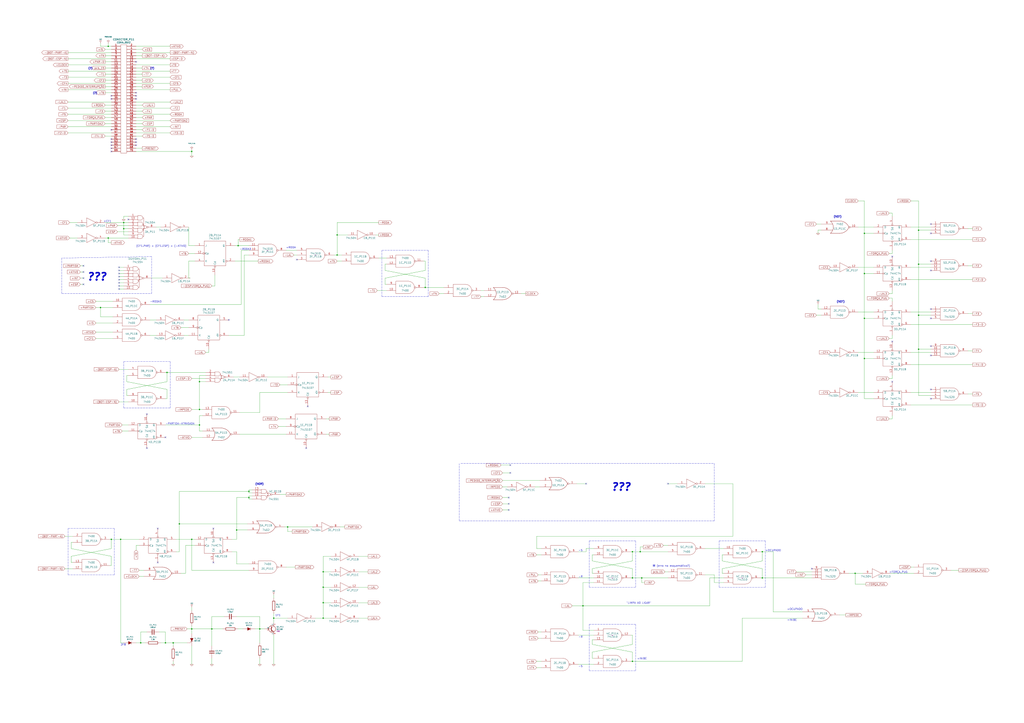
<source format=kicad_sch>
(kicad_sch (version 20250114) (generator "eeschema") (generator_version "9.0")
  (paper "A1")
  (title_block (date "2 aug 2016"))
  (text "(?)" (at 72.39 57.15 0) (effects (font (size 1.524 1.524) (thickness 0.3048) (bold yes)) (justify left bottom)))
  (text "+OCUPADO" (at 628.65 453.39 0) (effects (font (size 1.524 1.524)) (justify left bottom)))
  (text "(CF1.PAR) + (CF1.ESP) + (-ATIVO)" (at 111.76 203.2 0) (effects (font (size 1.524 1.524)) (justify left bottom)))
  (text "-R" (at 474.98 524.51 0) (effects (font (size 1.524 1.524)) (justify left bottom)))
  (text "\"LIMPA AO LIGAR\"" (at 514.35 496.57 0) (effects (font (size 1.524 1.524)) (justify left bottom)))
  (text "(NOT)" (at 687.07 248.92 0) (effects (font (size 1.524 1.524) (thickness 0.3048) (bold yes)) (justify left bottom)))
  (text "???" (at 501.65 403.86 0) (effects (font (size 5.9944 5.9944) (thickness 1.1989) (bold yes) (italic yes)) (justify left bottom)))
  (text "+CF1" (at 85.09 182.88 0) (effects (font (size 1.524 1.524)) (justify left bottom)))
  (text "-S" (at 474.98 453.39 0) (effects (font (size 1.524 1.524)) (justify left bottom)))
  (text "1F1" (at 226.06 506.73 0) (effects (font (size 1.524 1.524)) (justify left bottom)))
  (text "(NOT)" (at 684.53 179.07 0) (effects (font (size 1.524 1.524) (thickness 0.3048) (bold yes)) (justify left bottom)))
  (text "+OCUPADO" (at 646.43 501.65 0) (effects (font (size 1.524 1.524)) (justify left bottom)))
  (text "-PARTIDA-ATRASADA" (at 135.89 349.25 0) (effects (font (size 1.524 1.524)) (justify left bottom)))
  (text "!!! (erro no esquemático?)" (at 535.94 466.09 0) (effects (font (size 1.524 1.524)) (justify left bottom)))
  (text "-R" (at 474.98 474.98 0) (effects (font (size 1.524 1.524)) (justify left bottom)))
  (text "(?)" (at 76.2 77.47 0) (effects (font (size 1.524 1.524) (thickness 0.3048) (bold yes)) (justify left bottom)))
  (text "-S" (at 474.98 548.64 0) (effects (font (size 1.524 1.524)) (justify left bottom)))
  (text "-RODA3" (at 196.85 205.74 0) (effects (font (size 1.524 1.524)) (justify left bottom)))
  (text "+INIBE" (at 523.24 542.29 0) (effects (font (size 1.524 1.524)) (justify left bottom)))
  (text "(?)" (at 123.19 57.15 0) (effects (font (size 1.524 1.524) (thickness 0.3048) (bold yes)) (justify left bottom)))
  (text "+INIBE" (at 646.43 510.54 0) (effects (font (size 1.524 1.524)) (justify left bottom)))
  (text "+RODA" (at 234.95 204.47 0) (effects (font (size 1.524 1.524)) (justify left bottom)))
  (text "???" (at 71.12 231.14 0) (effects (font (size 5.9944 5.9944) (thickness 1.1989) (bold yes) (italic yes)) (justify left bottom)))
  (text "2F8" (at 99.06 530.86 0) (effects (font (size 1.524 1.524)) (justify left bottom)))
  (text "+FORÇA_PUG" (at 730.25 471.17 0) (effects (font (size 1.524 1.524)) (justify left bottom)))
  (text "-RODA3" (at 123.19 248.92 0) (effects (font (size 1.524 1.524)) (justify left bottom)))
  (text "(NOR)" (at 209.55 398.78 0) (effects (font (size 1.524 1.524) (thickness 0.3048) (bold yes)) (justify left bottom)))
  (junction (at 135.89 528.32))
  (junction (at 147.32 430.53))
  (junction (at 236.22 433.07))
  (junction (at 702.31 471.17))
  (junction (at 709.93 224.79))
  (junction (at 754.38 189.23))
  (junction (at 99.06 443.23))
  (junction (at 157.48 443.23))
  (junction (at 519.43 474.98))
  (junction (at 709.93 261.62))
  (junction (at 204.47 408.94))
  (junction (at 194.31 435.61))
  (junction (at 115.57 528.32))
  (junction (at 157.48 516.89))
  (junction (at 349.25 236.22))
  (junction (at 213.36 516.89))
  (junction (at 519.43 453.39))
  (junction (at 82.55 252.73))
  (junction (at 173.99 516.89))
  (junction (at 754.38 287.02))
  (junction (at 88.9 38.1))
  (junction (at 204.47 403.86))
  (junction (at 91.44 443.23))
  (junction (at 525.78 453.39))
  (junction (at 101.6 187.96))
  (junction (at 265.43 495.3))
  (junction (at 478.79 497.84))
  (junction (at 163.83 349.25))
  (junction (at 276.86 193.04))
  (junction (at 195.58 201.93))
  (junction (at 754.38 217.17))
  (junction (at 709.93 191.77))
  (junction (at 265.43 469.9))
  (junction (at 101.6 182.88))
  (junction (at 265.43 482.6))
  (junction (at 276.86 209.55))
  (junction (at 519.43 543.56))
  (junction (at 163.83 313.69))
  (junction (at 626.11 453.39))
  (junction (at 265.43 508))
  (junction (at 142.24 528.32))
  (junction (at 754.38 259.08))
  (junction (at 163.83 336.55))
  (junction (at 137.16 306.07))
  (junction (at 709.93 294.64))
  (junction (at 527.05 474.98))
  (junction (at 157.48 124.46))
  (junction (at 626.11 474.98))
  (junction (at 88.9 195.58))
  (junction (at 224.79 508))
  (no_connect (at 764.54 222.25))
  (no_connect (at 251.46 368.3))
  (no_connect (at 91.44 78.74))
  (no_connect (at 417.83 414.02))
  (no_connect (at 120.65 368.3))
  (no_connect (at 732.79 280.67))
  (no_connect (at 732.79 210.82))
  (no_connect (at 764.54 261.62))
  (no_connect (at 175.26 462.28))
  (no_connect (at 481.33 397.51))
  (no_connect (at 97.79 227.33))
  (no_connect (at 764.54 292.1))
  (no_connect (at 135.89 359.41))
  (no_connect (at 97.79 234.95))
  (no_connect (at 764.54 327.66))
  (no_connect (at 91.44 116.84))
  (no_connect (at 187.96 262.89))
  (no_connect (at 129.54 462.28))
  (no_connect (at 175.26 434.34))
  (no_connect (at 129.54 434.34))
  (no_connect (at 764.54 191.77))
  (no_connect (at 764.54 254))
  (no_connect (at 68.58 228.6))
  (no_connect (at 243.84 213.36))
  (no_connect (at 68.58 223.52))
  (no_connect (at 764.54 320.04))
  (no_connect (at 764.54 184.15))
  (no_connect (at 252.73 334.01))
  (no_connect (at 120.65 340.36))
  (no_connect (at 548.64 397.51))
  (no_connect (at 91.44 119.38))
  (no_connect (at 419.1 388.62))
  (no_connect (at 91.44 121.92))
  (no_connect (at 111.76 50.8))
  (no_connect (at 417.83 408.94))
  (no_connect (at 111.76 116.84))
  (no_connect (at 732.79 313.69))
  (no_connect (at 68.58 233.68))
  (no_connect (at 68.58 218.44))
  (no_connect (at 97.79 219.71))
  (no_connect (at 666.75 467.36))
  (no_connect (at 91.44 124.46))
  (no_connect (at 764.54 214.63))
  (no_connect (at 97.79 232.41))
  (no_connect (at 97.79 229.87))
  (no_connect (at 97.79 237.49))
  (no_connect (at 111.76 78.74))
  (no_connect (at 91.44 114.3))
  (no_connect (at 111.76 76.2))
  (no_connect (at 419.1 382.27))
  (no_connect (at 105.41 180.34))
  (no_connect (at 417.83 419.1))
  (no_connect (at 97.79 224.79))
  (no_connect (at 97.79 222.25))
  (no_connect (at 764.54 284.48))
  (no_connect (at 91.44 81.28))
  (no_connect (at 91.44 106.68))
  (no_connect (at 111.76 81.28))
  (no_connect (at 111.76 119.38))
  (no_connect (at 111.76 114.3))
  (wire (pts (xy 59.69 467.36) (xy 53.34 467.36)))
  (wire (pts (xy 88.9 35.56) (xy 88.9 38.1)))
  (wire (pts (xy 519.43 535.94) (xy 519.43 543.56)))
  (wire (pts (xy 478.79 518.16) (xy 487.68 518.16)))
  (wire (pts (xy 55.88 93.98) (xy 91.44 93.98)))
  (wire (pts (xy 528.32 449.58) (xy 525.78 449.58)))
  (wire (pts (xy 160.02 214.63) (xy 154.94 214.63)))
  (wire (pts (xy 224.79 504.19) (xy 224.79 508)))
  (wire (pts (xy 236.22 433.07) (xy 256.54 433.07)))
  (wire (pts (xy 478.79 478.79) (xy 478.79 497.84)))
  (wire (pts (xy 104.14 313.69) (xy 137.16 320.04)))
  (wire (pts (xy 168.91 289.56) (xy 171.45 289.56)))
  (wire (pts (xy 194.31 435.61) (xy 203.2 435.61)))
  (wire (pts (xy 157.48 311.15) (xy 168.91 311.15)))
  (wire (pts (xy 196.85 356.87) (xy 234.95 356.87)))
  (wire (pts (xy 265.43 495.3) (xy 265.43 508)))
  (wire (pts (xy 417.83 408.94) (xy 412.75 408.94)))
  (wire (pts (xy 154.94 228.6) (xy 156.21 228.6)))
  (wire (pts (xy 101.6 182.88) (xy 105.41 182.88)))
  (wire (pts (xy 419.1 382.27) (xy 411.48 382.27)))
  (wire (pts (xy 269.24 322.58) (xy 271.78 322.58)))
  (wire (pts (xy 519.43 543.56) (xy 609.6 543.56)))
  (wire (pts (xy 154.94 214.63) (xy 154.94 228.6)))
  (wire (pts (xy 626.11 461.01) (xy 593.09 467.36)))
  (wire (pts (xy 114.3 448.31) (xy 111.76 448.31)))
  (wire (pts (xy 754.38 165.1) (xy 754.38 189.23)))
  (wire (pts (xy 309.88 238.76) (xy 317.5 238.76)))
  (wire (pts (xy 147.32 403.86) (xy 147.32 430.53)))
  (wire (pts (xy 101.6 187.96) (xy 101.6 193.04)))
  (wire (pts (xy 86.36 76.2) (xy 91.44 76.2)))
  (wire (pts (xy 441.96 472.44) (xy 444.5 472.44)))
  (wire (pts (xy 748.03 299.72) (xy 798.83 299.72)))
  (wire (pts (xy 274.32 209.55) (xy 276.86 209.55)))
  (polyline (pts (xy 50.8 212.09) (xy 50.8 241.3)) (stroke (width 0) (type dash)))
  (wire (pts (xy 213.36 506.73) (xy 213.36 516.89)))
  (wire (pts (xy 732.79 241.3) (xy 730.25 241.3)))
  (wire (pts (xy 481.33 453.39) (xy 474.98 453.39)))
  (wire (pts (xy 157.48 468.63) (xy 204.47 468.63)))
  (wire (pts (xy 431.8 241.3) (xy 427.99 241.3)))
  (wire (pts (xy 317.5 212.09) (xy 311.15 212.09)))
  (wire (pts (xy 349.25 236.22) (xy 364.49 236.22)))
  (wire (pts (xy 142.24 543.56) (xy 142.24 546.1)))
  (wire (pts (xy 276.86 209.55) (xy 280.67 209.55)))
  (wire (pts (xy 259.08 508) (xy 265.43 508)))
  (wire (pts (xy 78.74 247.65) (xy 92.71 247.65)))
  (wire (pts (xy 55.88 58.42) (xy 91.44 58.42)))
  (polyline (pts (xy 483.87 513.08) (xy 521.97 513.08)) (stroke (width 0) (type dash)))
  (wire (pts (xy 781.05 468.63) (xy 787.4 468.63)))
  (wire (pts (xy 120.65 519.43) (xy 115.57 519.43)))
  (wire (pts (xy 626.11 474.98) (xy 666.75 474.98)))
  (wire (pts (xy 394.97 243.84) (xy 397.51 243.84)))
  (wire (pts (xy 86.36 86.36) (xy 91.44 86.36)))
  (wire (pts (xy 302.26 469.9) (xy 294.64 469.9)))
  (wire (pts (xy 194.31 408.94) (xy 194.31 435.61)))
  (wire (pts (xy 105.41 330.2) (xy 97.79 330.2)))
  (wire (pts (xy 525.78 449.58) (xy 525.78 453.39)))
  (wire (pts (xy 441.96 524.51) (xy 444.5 524.51)))
  (wire (pts (xy 593.09 471.17) (xy 593.09 467.36)))
  (wire (pts (xy 147.32 430.53) (xy 203.2 430.53)))
  (wire (pts (xy 347.98 236.22) (xy 349.25 236.22)))
  (wire (pts (xy 191.77 309.88) (xy 196.85 309.88)))
  (wire (pts (xy 302.26 482.6) (xy 294.64 482.6)))
  (wire (pts (xy 265.43 508) (xy 271.78 508)))
  (wire (pts (xy 86.36 40.64) (xy 91.44 40.64)))
  (wire (pts (xy 419.1 388.62) (xy 412.75 388.62)))
  (wire (pts (xy 717.55 289.56) (xy 704.85 289.56)))
  (wire (pts (xy 90.17 443.23) (xy 91.44 443.23)))
  (wire (pts (xy 224.79 508) (xy 224.79 511.81)))
  (wire (pts (xy 154.94 186.69) (xy 154.94 201.93)))
  (wire (pts (xy 798.83 218.44) (xy 795.02 218.44)))
  (polyline (pts (xy 628.65 482.6) (xy 590.55 482.6)) (stroke (width 0) (type dash)))
  (wire (pts (xy 754.38 217.17) (xy 754.38 259.08)))
  (wire (pts (xy 285.75 193.04) (xy 276.86 193.04)))
  (wire (pts (xy 704.85 165.1) (xy 709.93 165.1)))
  (wire (pts (xy 58.42 450.85) (xy 91.44 457.2)))
  (wire (pts (xy 474.98 521.97) (xy 487.68 521.97)))
  (wire (pts (xy 798.83 187.96) (xy 795.02 187.96)))
  (polyline (pts (xy 124.46 241.3) (xy 124.46 210.82)) (stroke (width 0) (type dash)))
  (wire (pts (xy 116.84 60.96) (xy 111.76 60.96)))
  (wire (pts (xy 671.83 254) (xy 674.37 254)))
  (wire (pts (xy 443.23 400.05) (xy 439.42 400.05)))
  (wire (pts (xy 754.38 189.23) (xy 754.38 217.17)))
  (wire (pts (xy 349.25 214.63) (xy 349.25 222.25)))
  (wire (pts (xy 111.76 124.46) (xy 157.48 124.46)))
  (wire (pts (xy 91.44 464.82) (xy 90.17 464.82)))
  (wire (pts (xy 519.43 521.97) (xy 519.43 529.59)))
  (wire (pts (xy 198.12 205.74) (xy 204.47 205.74)))
  (wire (pts (xy 157.48 443.23) (xy 160.02 443.23)))
  (wire (pts (xy 732.79 344.17) (xy 730.25 344.17)))
  (wire (pts (xy 147.32 430.53) (xy 147.32 453.39)))
  (wire (pts (xy 97.79 229.87) (xy 101.6 229.87)))
  (wire (pts (xy 194.31 506.73) (xy 213.36 506.73)))
  (wire (pts (xy 626.11 453.39) (xy 626.11 461.01)))
  (wire (pts (xy 137.16 313.69) (xy 104.14 320.04)))
  (wire (pts (xy 97.79 222.25) (xy 101.6 222.25)))
  (polyline (pts (xy 101.6 335.28) (xy 101.6 297.18)) (stroke (width 0) (type dash)))
  (wire (pts (xy 224.79 488.95) (xy 224.79 491.49)))
  (polyline (pts (xy 93.98 434.34) (xy 93.98 472.44)) (stroke (width 0) (type dash)))
  (wire (pts (xy 111.76 448.31) (xy 111.76 452.12)))
  (wire (pts (xy 160.02 208.28) (xy 154.94 208.28)))
  (wire (pts (xy 139.7 58.42) (xy 111.76 58.42)))
  (wire (pts (xy 151.13 262.89) (xy 154.94 262.89)))
  (wire (pts (xy 709.93 191.77) (xy 717.55 191.77)))
  (wire (pts (xy 519.43 453.39) (xy 525.78 453.39)))
  (wire (pts (xy 163.83 336.55) (xy 166.37 336.55)))
  (wire (pts (xy 519.43 453.39) (xy 519.43 461.01)))
  (wire (pts (xy 486.41 461.01) (xy 519.43 467.36)))
  (wire (pts (xy 519.43 461.01) (xy 486.41 467.36)))
  (wire (pts (xy 111.76 528.32) (xy 115.57 528.32)))
  (wire (pts (xy 198.12 250.19) (xy 198.12 205.74)))
  (wire (pts (xy 748.03 266.7) (xy 798.83 266.7)))
  (wire (pts (xy 92.71 273.05) (xy 78.74 273.05)))
  (wire (pts (xy 123.19 262.89) (xy 128.27 262.89)))
  (polyline (pts (xy 590.55 444.5) (xy 628.65 444.5)) (stroke (width 0) (type dash)))
  (wire (pts (xy 441.96 519.43) (xy 444.5 519.43)))
  (wire (pts (xy 86.36 96.52) (xy 91.44 96.52)))
  (wire (pts (xy 748.03 229.87) (xy 798.83 229.87)))
  (wire (pts (xy 116.84 66.04) (xy 111.76 66.04)))
  (wire (pts (xy 316.23 222.25) (xy 349.25 228.6)))
  (wire (pts (xy 754.38 325.12) (xy 764.54 325.12)))
  (wire (pts (xy 163.83 313.69) (xy 163.83 336.55)))
  (wire (pts (xy 271.78 457.2) (xy 265.43 457.2)))
  (wire (pts (xy 88.9 38.1) (xy 91.44 38.1)))
  (wire (pts (xy 717.55 322.58) (xy 704.85 322.58)))
  (wire (pts (xy 139.7 68.58) (xy 111.76 68.58)))
  (wire (pts (xy 213.36 516.89) (xy 217.17 516.89)))
  (wire (pts (xy 135.89 519.43) (xy 135.89 528.32)))
  (polyline (pts (xy 93.98 472.44) (xy 55.88 472.44)) (stroke (width 0) (type dash)))
  (wire (pts (xy 104.14 320.04) (xy 104.14 325.12)))
  (wire (pts (xy 68.58 228.6) (xy 66.04 228.6)))
  (wire (pts (xy 55.88 73.66) (xy 91.44 73.66)))
  (polyline (pts (xy 351.79 243.84) (xy 313.69 243.84)) (stroke (width 0) (type dash)))
  (wire (pts (xy 58.42 457.2) (xy 58.42 462.28)))
  (wire (pts (xy 207.01 407.67) (xy 204.47 407.67)))
  (wire (pts (xy 196.85 196.85) (xy 195.58 196.85)))
  (wire (pts (xy 486.41 455.93) (xy 486.41 461.01)))
  (wire (pts (xy 674.37 184.15) (xy 670.56 184.15)))
  (wire (pts (xy 157.48 499.11) (xy 157.48 501.65)))
  (wire (pts (xy 173.99 234.95) (xy 176.53 234.95)))
  (wire (pts (xy 624.84 474.98) (xy 626.11 474.98)))
  (wire (pts (xy 128.27 275.59) (xy 123.19 275.59)))
  (wire (pts (xy 105.41 308.61) (xy 104.14 308.61)))
  (wire (pts (xy 154.94 275.59) (xy 151.13 275.59)))
  (wire (pts (xy 412.75 394.97) (xy 443.23 394.97)))
  (polyline (pts (xy 590.55 482.6) (xy 590.55 444.5)) (stroke (width 0) (type dash)))
  (wire (pts (xy 152.4 448.31) (xy 152.4 471.17)))
  (wire (pts (xy 732.79 278.13) (xy 730.25 278.13)))
  (wire (pts (xy 91.44 111.76) (xy 86.36 111.76)))
  (wire (pts (xy 487.68 450.85) (xy 481.33 450.85)))
  (wire (pts (xy 519.43 467.36) (xy 519.43 474.98)))
  (wire (pts (xy 518.16 474.98) (xy 519.43 474.98)))
  (wire (pts (xy 105.41 190.5) (xy 96.52 190.5)))
  (polyline (pts (xy 313.69 205.74) (xy 351.79 205.74)) (stroke (width 0) (type dash)))
  (wire (pts (xy 123.19 250.19) (xy 198.12 250.19)))
  (wire (pts (xy 265.43 482.6) (xy 271.78 482.6)))
  (wire (pts (xy 115.57 519.43) (xy 115.57 528.32)))
  (wire (pts (xy 58.42 445.77) (xy 58.42 450.85)))
  (wire (pts (xy 91.44 88.9) (xy 55.88 88.9)))
  (wire (pts (xy 527.05 474.98) (xy 548.64 474.98)))
  (wire (pts (xy 582.93 474.98) (xy 594.36 474.98)))
  (wire (pts (xy 163.83 308.61) (xy 163.83 313.69)))
  (wire (pts (xy 732.79 175.26) (xy 730.25 175.26)))
  (wire (pts (xy 518.16 521.97) (xy 519.43 521.97)))
  (wire (pts (xy 519.43 474.98) (xy 527.05 474.98)))
  (wire (pts (xy 702.31 480.06) (xy 711.2 480.06)))
  (wire (pts (xy 241.3 209.55) (xy 243.84 209.55)))
  (polyline (pts (xy 50.8 241.3) (xy 124.46 241.3)) (stroke (width 0) (type dash)))
  (wire (pts (xy 135.89 528.32) (xy 142.24 528.32)))
  (wire (pts (xy 732.79 308.61) (xy 732.79 311.15)))
  (wire (pts (xy 224.79 521.97) (xy 224.79 546.1)))
  (wire (pts (xy 486.41 525.78) (xy 486.41 529.59)))
  (wire (pts (xy 635 453.39) (xy 635 502.92)))
  (wire (pts (xy 204.47 410.21) (xy 207.01 410.21)))
  (wire (pts (xy 147.32 453.39) (xy 144.78 453.39)))
  (wire (pts (xy 487.68 478.79) (xy 478.79 478.79)))
  (wire (pts (xy 173.99 541.02) (xy 173.99 546.1)))
  (wire (pts (xy 163.83 349.25) (xy 163.83 354.33)))
  (wire (pts (xy 228.6 344.17) (xy 234.95 344.17)))
  (wire (pts (xy 593.09 461.01) (xy 626.11 467.36)))
  (wire (pts (xy 586.74 478.79) (xy 594.36 478.79)))
  (wire (pts (xy 481.33 450.85) (xy 481.33 453.39)))
  (wire (pts (xy 798.83 323.85) (xy 795.02 323.85)))
  (wire (pts (xy 204.47 407.67) (xy 204.47 408.94)))
  (wire (pts (xy 474.98 546.1) (xy 487.68 546.1)))
  (wire (pts (xy 754.38 259.08) (xy 764.54 259.08)))
  (wire (pts (xy 195.58 196.85) (xy 195.58 201.93)))
  (wire (pts (xy 594.36 455.93) (xy 593.09 455.93)))
  (wire (pts (xy 519.43 529.59) (xy 486.41 535.94)))
  (wire (pts (xy 157.48 123.19) (xy 157.48 124.46)))
  (wire (pts (xy 82.55 35.56) (xy 82.55 38.1)))
  (wire (pts (xy 148.59 269.24) (xy 154.94 269.24)))
  (wire (pts (xy 236.22 436.88) (xy 236.22 433.07)))
  (polyline (pts (xy 101.6 297.18) (xy 139.7 297.18)) (stroke (width 0) (type dash)))
  (wire (pts (xy 157.48 514.35) (xy 157.48 516.89)))
  (wire (pts (xy 702.31 480.06) (xy 702.31 471.17)))
  (wire (pts (xy 101.6 182.88) (xy 101.6 187.96)))
  (wire (pts (xy 118.11 468.63) (xy 114.3 468.63)))
  (polyline (pts (xy 139.7 297.18) (xy 139.7 335.28)) (stroke (width 0) (type dash)))
  (wire (pts (xy 702.31 471.17) (xy 708.66 471.17)))
  (wire (pts (xy 139.7 99.06) (xy 111.76 99.06)))
  (wire (pts (xy 764.54 322.58) (xy 748.03 322.58)))
  (polyline (pts (xy 521.97 444.5) (xy 521.97 482.6)) (stroke (width 0) (type dash)))
  (wire (pts (xy 101.6 177.8) (xy 101.6 180.34)))
  (wire (pts (xy 157.48 124.46) (xy 157.48 128.27)))
  (wire (pts (xy 139.7 53.34) (xy 111.76 53.34)))
  (wire (pts (xy 709.93 327.66) (xy 717.55 327.66)))
  (wire (pts (xy 654.05 469.9) (xy 666.75 469.9)))
  (wire (pts (xy 317.5 217.17) (xy 316.23 217.17)))
  (wire (pts (xy 100.33 349.25) (xy 105.41 349.25)))
  (wire (pts (xy 55.88 104.14) (xy 91.44 104.14)))
  (polyline (pts (xy 124.46 210.82) (xy 50.8 212.09)) (stroke (width 0) (type dash)))
  (wire (pts (xy 163.83 354.33) (xy 166.37 354.33)))
  (wire (pts (xy 670.56 259.08) (xy 674.37 259.08)))
  (wire (pts (xy 525.78 453.39) (xy 548.64 453.39)))
  (wire (pts (xy 486.41 529.59) (xy 519.43 535.94)))
  (wire (pts (xy 360.68 241.3) (xy 364.49 241.3)))
  (wire (pts (xy 548.64 448.31) (xy 544.83 448.31)))
  (wire (pts (xy 204.47 405.13) (xy 207.01 405.13)))
  (wire (pts (xy 104.14 325.12) (xy 105.41 325.12)))
  (wire (pts (xy 233.68 433.07) (xy 236.22 433.07)))
  (wire (pts (xy 116.84 106.68) (xy 111.76 106.68)))
  (wire (pts (xy 579.12 472.44) (xy 586.74 472.44)))
  (wire (pts (xy 160.02 448.31) (xy 152.4 448.31)))
  (wire (pts (xy 417.83 419.1) (xy 412.75 419.1)))
  (wire (pts (xy 82.55 260.35) (xy 92.71 260.35)))
  (wire (pts (xy 173.99 516.89) (xy 182.88 516.89)))
  (wire (pts (xy 441.96 477.52) (xy 444.5 477.52)))
  (wire (pts (xy 440.69 450.85) (xy 440.69 440.69)))
  (wire (pts (xy 276.86 182.88) (xy 276.86 193.04)))
  (wire (pts (xy 114.3 473.71) (xy 118.11 473.71)))
  (wire (pts (xy 754.38 189.23) (xy 764.54 189.23)))
  (wire (pts (xy 86.36 182.88) (xy 101.6 182.88)))
  (wire (pts (xy 487.68 455.93) (xy 486.41 455.93)))
  (wire (pts (xy 157.48 336.55) (xy 163.83 336.55)))
  (wire (pts (xy 212.09 214.63) (xy 193.04 214.63)))
  (wire (pts (xy 116.84 101.6) (xy 111.76 101.6)))
  (wire (pts (xy 276.86 214.63) (xy 280.67 214.63)))
  (wire (pts (xy 316.23 233.68) (xy 317.5 233.68)))
  (wire (pts (xy 139.7 104.14) (xy 111.76 104.14)))
  (wire (pts (xy 97.79 227.33) (xy 101.6 227.33)))
  (polyline (pts (xy 586.74 381) (xy 586.74 427.99)) (stroke (width 0) (type dash)))
  (wire (pts (xy 139.7 38.1) (xy 111.76 38.1)))
  (wire (pts (xy 486.41 471.17) (xy 486.41 467.36)))
  (wire (pts (xy 694.69 505.46) (xy 689.61 505.46)))
  (wire (pts (xy 78.74 265.43) (xy 92.71 265.43)))
  (wire (pts (xy 579.12 450.85) (xy 594.36 450.85)))
  (wire (pts (xy 91.44 443.23) (xy 91.44 450.85)))
  (wire (pts (xy 236.22 309.88) (xy 219.71 309.88)))
  (wire (pts (xy 265.43 482.6) (xy 265.43 495.3)))
  (wire (pts (xy 213.36 546.1) (xy 213.36 541.02)))
  (wire (pts (xy 139.7 43.18) (xy 111.76 43.18)))
  (wire (pts (xy 137.16 327.66) (xy 135.89 327.66)))
  (wire (pts (xy 487.68 471.17) (xy 486.41 471.17)))
  (wire (pts (xy 59.69 440.69) (xy 53.34 440.69)))
  (wire (pts (xy 139.7 48.26) (xy 111.76 48.26)))
  (polyline (pts (xy 586.74 427.99) (xy 377.19 427.99)) (stroke (width 0) (type dash)))
  (wire (pts (xy 105.41 177.8) (xy 101.6 177.8)))
  (wire (pts (xy 137.16 306.07) (xy 137.16 313.69)))
  (wire (pts (xy 444.5 450.85) (xy 440.69 450.85)))
  (wire (pts (xy 316.23 217.17) (xy 316.23 222.25)))
  (wire (pts (xy 732.79 208.28) (xy 732.79 205.74)))
  (wire (pts (xy 709.93 165.1) (xy 709.93 191.77)))
  (wire (pts (xy 349.25 228.6) (xy 349.25 236.22)))
  (wire (pts (xy 200.66 275.59) (xy 187.96 275.59)))
  (wire (pts (xy 709.93 294.64) (xy 709.93 327.66)))
  (wire (pts (xy 91.44 457.2) (xy 91.44 464.82)))
  (wire (pts (xy 99.06 528.32) (xy 101.6 528.32)))
  (wire (pts (xy 157.48 530.86) (xy 157.48 546.1)))
  (wire (pts (xy 101.6 193.04) (xy 105.41 193.04)))
  (wire (pts (xy 68.58 233.68) (xy 66.04 233.68)))
  (wire (pts (xy 748.03 165.1) (xy 754.38 165.1)))
  (wire (pts (xy 116.84 86.36) (xy 111.76 86.36)))
  (wire (pts (xy 748.03 196.85) (xy 798.83 196.85)))
  (wire (pts (xy 635 502.92) (xy 659.13 502.92)))
  (wire (pts (xy 163.83 349.25) (xy 135.89 349.25)))
  (wire (pts (xy 661.67 472.44) (xy 666.75 472.44)))
  (wire (pts (xy 518.16 453.39) (xy 519.43 453.39)))
  (wire (pts (xy 302.26 457.2) (xy 294.64 457.2)))
  (wire (pts (xy 68.58 223.52) (xy 66.04 223.52)))
  (wire (pts (xy 213.36 322.58) (xy 236.22 322.58)))
  (wire (pts (xy 168.91 313.69) (xy 163.83 313.69)))
  (wire (pts (xy 139.7 83.82) (xy 111.76 83.82)))
  (wire (pts (xy 137.16 320.04) (xy 137.16 327.66)))
  (wire (pts (xy 582.93 497.84) (xy 582.93 474.98)))
  (wire (pts (xy 764.54 186.69) (xy 748.03 186.69)))
  (wire (pts (xy 157.48 443.23) (xy 157.48 468.63)))
  (wire (pts (xy 732.79 275.59) (xy 732.79 278.13)))
  (wire (pts (xy 730.25 208.28) (xy 732.79 208.28)))
  (wire (pts (xy 204.47 402.59) (xy 207.01 402.59)))
  (wire (pts (xy 671.83 250.19) (xy 671.83 254)))
  (wire (pts (xy 748.03 332.74) (xy 798.83 332.74)))
  (wire (pts (xy 97.79 234.95) (xy 101.6 234.95)))
  (wire (pts (xy 86.36 66.04) (xy 91.44 66.04)))
  (wire (pts (xy 242.57 466.09) (xy 234.95 466.09)))
  (wire (pts (xy 593.09 455.93) (xy 593.09 461.01)))
  (wire (pts (xy 55.88 68.58) (xy 91.44 68.58)))
  (wire (pts (xy 546.1 469.9) (xy 548.64 469.9)))
  (wire (pts (xy 671.83 189.23) (xy 671.83 191.77)))
  (wire (pts (xy 97.79 224.79) (xy 101.6 224.79)))
  (wire (pts (xy 754.38 259.08) (xy 754.38 287.02)))
  (wire (pts (xy 732.79 341.63) (xy 732.79 344.17)))
  (wire (pts (xy 478.79 497.84) (xy 582.93 497.84)))
  (wire (pts (xy 730.25 245.11) (xy 732.79 245.11)))
  (wire (pts (xy 601.98 440.69) (xy 601.98 397.51)))
  (wire (pts (xy 173.99 506.73) (xy 173.99 516.89)))
  (wire (pts (xy 417.83 414.02) (xy 412.75 414.02)))
  (wire (pts (xy 697.23 471.17) (xy 702.31 471.17)))
  (wire (pts (xy 104.14 308.61) (xy 104.14 313.69)))
  (wire (pts (xy 157.48 516.89) (xy 157.48 520.7)))
  (wire (pts (xy 469.9 497.84) (xy 478.79 497.84)))
  (wire (pts (xy 173.99 516.89) (xy 173.99 530.86)))
  (wire (pts (xy 190.5 453.39) (xy 194.31 453.39)))
  (wire (pts (xy 349.25 222.25) (xy 316.23 228.6)))
  (wire (pts (xy 754.38 287.02) (xy 764.54 287.02)))
  (wire (pts (xy 478.79 497.84) (xy 478.79 518.16)))
  (wire (pts (xy 91.44 443.23) (xy 99.06 443.23)))
  (wire (pts (xy 153.67 516.89) (xy 157.48 516.89)))
  (wire (pts (xy 609.6 543.56) (xy 609.6 508)))
  (wire (pts (xy 86.36 50.8) (xy 91.44 50.8)))
  (wire (pts (xy 732.79 238.76) (xy 732.79 241.3)))
  (wire (pts (xy 609.6 508) (xy 659.13 508)))
  (wire (pts (xy 601.98 397.51) (xy 579.12 397.51)))
  (polyline (pts (xy 521.97 551.18) (xy 483.87 551.18)) (stroke (width 0) (type dash)))
  (wire (pts (xy 139.7 93.98) (xy 111.76 93.98)))
  (wire (pts (xy 204.47 402.59) (xy 204.47 403.86)))
  (wire (pts (xy 196.85 339.09) (xy 213.36 339.09)))
  (wire (pts (xy 97.79 232.41) (xy 101.6 232.41)))
  (wire (pts (xy 88.9 195.58) (xy 105.41 195.58)))
  (wire (pts (xy 394.97 238.76) (xy 397.51 238.76)))
  (wire (pts (xy 626.11 453.39) (xy 635 453.39)))
  (wire (pts (xy 709.93 224.79) (xy 709.93 261.62)))
  (wire (pts (xy 152.4 471.17) (xy 148.59 471.17)))
  (wire (pts (xy 86.36 60.96) (xy 91.44 60.96)))
  (wire (pts (xy 55.88 43.18) (xy 91.44 43.18)))
  (wire (pts (xy 674.37 189.23) (xy 671.83 189.23)))
  (wire (pts (xy 234.95 406.4) (xy 229.87 406.4)))
  (wire (pts (xy 82.55 38.1) (xy 88.9 38.1)))
  (wire (pts (xy 709.93 261.62) (xy 709.93 294.64)))
  (wire (pts (xy 111.76 111.76) (xy 116.84 111.76)))
  (wire (pts (xy 91.44 450.85) (xy 58.42 457.2)))
  (wire (pts (xy 82.55 252.73) (xy 92.71 252.73)))
  (wire (pts (xy 96.52 185.42) (xy 105.41 185.42)))
  (wire (pts (xy 116.84 96.52) (xy 111.76 96.52)))
  (wire (pts (xy 731.52 471.17) (xy 750.57 471.17)))
  (wire (pts (xy 228.6 350.52) (xy 234.95 350.52)))
  (wire (pts (xy 116.84 91.44) (xy 111.76 91.44)))
  (wire (pts (xy 204.47 408.94) (xy 204.47 410.21)))
  (wire (pts (xy 142.24 528.32) (xy 142.24 530.86)))
  (wire (pts (xy 748.03 466.09) (xy 750.57 466.09)))
  (wire (pts (xy 481.33 397.51) (xy 473.71 397.51)))
  (wire (pts (xy 59.69 445.77) (xy 58.42 445.77)))
  (wire (pts (xy 116.84 45.72) (xy 111.76 45.72)))
  (wire (pts (xy 271.78 495.3) (xy 265.43 495.3)))
  (wire (pts (xy 97.79 237.49) (xy 101.6 237.49)))
  (wire (pts (xy 754.38 287.02) (xy 754.38 325.12)))
  (wire (pts (xy 209.55 516.89) (xy 213.36 516.89)))
  (wire (pts (xy 276.86 193.04) (xy 276.86 209.55)))
  (wire (pts (xy 754.38 217.17) (xy 764.54 217.17)))
  (wire (pts (xy 144.78 443.23) (xy 157.48 443.23)))
  (wire (pts (xy 68.58 218.44) (xy 66.04 218.44)))
  (wire (pts (xy 586.74 472.44) (xy 586.74 478.79)))
  (wire (pts (xy 132.08 186.69) (xy 128.27 186.69)))
  (wire (pts (xy 626.11 467.36) (xy 626.11 474.98)))
  (wire (pts (xy 91.44 199.39) (xy 88.9 199.39)))
  (wire (pts (xy 487.68 525.78) (xy 486.41 525.78)))
  (wire (pts (xy 271.78 469.9) (xy 265.43 469.9)))
  (wire (pts (xy 204.47 209.55) (xy 200.66 209.55)))
  (wire (pts (xy 168.91 308.61) (xy 163.83 308.61)))
  (wire (pts (xy 97.79 219.71) (xy 101.6 219.71)))
  (wire (pts (xy 270.51 344.17) (xy 267.97 344.17)))
  (wire (pts (xy 55.88 109.22) (xy 91.44 109.22)))
  (wire (pts (xy 709.93 191.77) (xy 709.93 224.79)))
  (wire (pts (xy 440.69 455.93) (xy 444.5 455.93)))
  (polyline (pts (xy 521.97 482.6) (xy 483.87 482.6)) (stroke (width 0) (type dash)))
  (wire (pts (xy 63.5 195.58) (xy 57.15 195.58)))
  (wire (pts (xy 200.66 209.55) (xy 200.66 275.59)))
  (polyline (pts (xy 55.88 434.34) (xy 93.98 434.34)) (stroke (width 0) (type dash)))
  (wire (pts (xy 194.31 463.55) (xy 204.47 463.55)))
  (wire (pts (xy 111.76 109.22) (xy 139.7 109.22)))
  (wire (pts (xy 55.88 99.06) (xy 91.44 99.06)))
  (wire (pts (xy 101.6 187.96) (xy 105.41 187.96)))
  (wire (pts (xy 115.57 528.32) (xy 119.38 528.32)))
  (wire (pts (xy 265.43 457.2) (xy 265.43 469.9)))
  (wire (pts (xy 732.79 245.11) (xy 732.79 247.65)))
  (wire (pts (xy 99.06 443.23) (xy 99.06 528.32)))
  (wire (pts (xy 347.98 214.63) (xy 349.25 214.63)))
  (wire (pts (xy 163.83 341.63) (xy 163.83 349.25)))
  (wire (pts (xy 717.55 256.54) (xy 704.85 256.54)))
  (wire (pts (xy 116.84 40.64) (xy 111.76 40.64)))
  (wire (pts (xy 199.39 516.89) (xy 195.58 516.89)))
  (wire (pts (xy 194.31 453.39) (xy 194.31 463.55)))
  (wire (pts (xy 316.23 228.6) (xy 316.23 233.68)))
  (wire (pts (xy 486.41 541.02) (xy 487.68 541.02)))
  (wire (pts (xy 55.88 53.34) (xy 91.44 53.34)))
  (wire (pts (xy 717.55 186.69) (xy 704.85 186.69)))
  (wire (pts (xy 193.04 201.93) (xy 195.58 201.93)))
  (wire (pts (xy 717.55 219.71) (xy 704.85 219.71)))
  (polyline (pts (xy 628.65 444.5) (xy 628.65 482.6)) (stroke (width 0) (type dash)))
  (wire (pts (xy 173.99 506.73) (xy 184.15 506.73)))
  (wire (pts (xy 86.36 195.58) (xy 88.9 195.58)))
  (wire (pts (xy 412.75 400.05) (xy 416.56 400.05)))
  (wire (pts (xy 709.93 294.64) (xy 717.55 294.64)))
  (wire (pts (xy 764.54 256.54) (xy 748.03 256.54)))
  (wire (pts (xy 99.06 443.23) (xy 114.3 443.23)))
  (wire (pts (xy 529.59 478.79) (xy 527.05 478.79)))
  (wire (pts (xy 82.55 252.73) (xy 82.55 260.35)))
  (polyline (pts (xy 351.79 205.74) (xy 351.79 243.84)) (stroke (width 0) (type dash)))
  (wire (pts (xy 709.93 261.62) (xy 717.55 261.62)))
  (wire (pts (xy 97.79 303.53) (xy 105.41 303.53)))
  (wire (pts (xy 139.7 73.66) (xy 111.76 73.66)))
  (wire (pts (xy 279.4 433.07) (xy 283.21 433.07)))
  (wire (pts (xy 236.22 508) (xy 224.79 508)))
  (wire (pts (xy 124.46 228.6) (xy 133.35 228.6)))
  (wire (pts (xy 229.87 316.23) (xy 236.22 316.23)))
  (wire (pts (xy 486.41 535.94) (xy 486.41 541.02)))
  (wire (pts (xy 709.93 224.79) (xy 717.55 224.79)))
  (wire (pts (xy 130.81 519.43) (xy 135.89 519.43)))
  (wire (pts (xy 594.36 471.17) (xy 593.09 471.17)))
  (wire (pts (xy 240.03 436.88) (xy 236.22 436.88)))
  (wire (pts (xy 154.94 201.93) (xy 160.02 201.93)))
  (wire (pts (xy 55.88 48.26) (xy 91.44 48.26)))
  (wire (pts (xy 195.58 201.93) (xy 204.47 201.93)))
  (wire (pts (xy 166.37 341.63) (xy 163.83 341.63)))
  (wire (pts (xy 798.83 288.29) (xy 795.02 288.29)))
  (wire (pts (xy 302.26 508) (xy 294.64 508)))
  (polyline (pts (xy 483.87 482.6) (xy 483.87 444.5)) (stroke (width 0) (type dash)))
  (wire (pts (xy 58.42 462.28) (xy 59.69 462.28)))
  (wire (pts (xy 105.41 354.33) (xy 100.33 354.33)))
  (wire (pts (xy 732.79 311.15) (xy 730.25 311.15)))
  (wire (pts (xy 91.44 71.12) (xy 86.36 71.12)))
  (wire (pts (xy 213.36 516.89) (xy 213.36 528.32)))
  (wire (pts (xy 440.69 543.56) (xy 444.5 543.56)))
  (wire (pts (xy 135.89 306.07) (xy 137.16 306.07)))
  (wire (pts (xy 624.84 453.39) (xy 626.11 453.39)))
  (wire (pts (xy 157.48 516.89) (xy 173.99 516.89)))
  (wire (pts (xy 444.5 548.64) (xy 440.69 548.64)))
  (wire (pts (xy 194.31 435.61) (xy 194.31 443.23)))
  (wire (pts (xy 302.26 495.3) (xy 294.64 495.3)))
  (polyline (pts (xy 483.87 551.18) (xy 483.87 513.08)) (stroke (width 0) (type dash)))
  (wire (pts (xy 132.08 528.32) (xy 135.89 528.32)))
  (polyline (pts (xy 377.19 427.99) (xy 377.19 381)) (stroke (width 0) (type dash)))
  (wire (pts (xy 267.97 356.87) (xy 270.51 356.87)))
  (wire (pts (xy 139.7 63.5) (xy 111.76 63.5)))
  (wire (pts (xy 271.78 309.88) (xy 269.24 309.88)))
  (wire (pts (xy 86.36 91.44) (xy 91.44 91.44)))
  (polyline (pts (xy 139.7 335.28) (xy 101.6 335.28)) (stroke (width 0) (type dash)))
  (wire (pts (xy 764.54 219.71) (xy 748.03 219.71)))
  (wire (pts (xy 265.43 469.9) (xy 265.43 482.6)))
  (wire (pts (xy 204.47 403.86) (xy 204.47 405.13)))
  (wire (pts (xy 137.16 306.07) (xy 168.91 306.07)))
  (polyline (pts (xy 378.46 381) (xy 586.74 381)) (stroke (width 0) (type dash)))
  (wire (pts (xy 78.74 278.13) (xy 92.71 278.13)))
  (wire (pts (xy 764.54 289.56) (xy 748.03 289.56)))
  (wire (pts (xy 732.79 177.8) (xy 732.79 175.26)))
  (wire (pts (xy 116.84 55.88) (xy 111.76 55.88)))
  (wire (pts (xy 440.69 440.69) (xy 601.98 440.69)))
  (wire (pts (xy 204.47 408.94) (xy 194.31 408.94)))
  (polyline (pts (xy 483.87 444.5) (xy 521.97 444.5)) (stroke (width 0) (type dash)))
  (polyline (pts (xy 521.97 513.08) (xy 521.97 551.18)) (stroke (width 0) (type dash)))
  (wire (pts (xy 176.53 234.95) (xy 176.53 226.06)))
  (wire (pts (xy 311.15 193.04) (xy 308.61 193.04)))
  (wire (pts (xy 548.64 397.51) (xy 556.26 397.51)))
  (polyline (pts (xy 313.69 243.84) (xy 313.69 205.74)) (stroke (width 0) (type dash)))
  (wire (pts (xy 171.45 289.56) (xy 171.45 287.02)))
  (wire (pts (xy 234.95 205.74) (xy 243.84 205.74)))
  (wire (pts (xy 142.24 528.32) (xy 153.67 528.32)))
  (wire (pts (xy 204.47 403.86) (xy 147.32 403.86)))
  (wire (pts (xy 63.5 182.88) (xy 57.15 182.88)))
  (wire (pts (xy 518.16 543.56) (xy 519.43 543.56)))
  (wire (pts (xy 474.98 474.98) (xy 487.68 474.98)))
  (wire (pts (xy 88.9 199.39) (xy 88.9 195.58)))
  (wire (pts (xy 78.74 252.73) (xy 82.55 252.73)))
  (wire (pts (xy 798.83 257.81) (xy 795.02 257.81)))
  (wire (pts (xy 527.05 478.79) (xy 527.05 474.98)))
  (wire (pts (xy 55.88 83.82) (xy 91.44 83.82)))
  (wire (pts (xy 213.36 339.09) (xy 213.36 322.58)))
  (wire (pts (xy 91.44 101.6) (xy 86.36 101.6)))
  (wire (pts (xy 194.31 443.23) (xy 190.5 443.23)))
  (wire (pts (xy 116.84 121.92) (xy 111.76 121.92)))
  (wire (pts (xy 139.7 88.9) (xy 111.76 88.9)))
  (wire (pts (xy 166.37 359.41) (xy 157.48 359.41)))
  (wire (pts (xy 86.36 45.72) (xy 91.44 45.72)))
  (wire (pts (xy 86.36 55.88) (xy 91.44 55.88)))
  (wire (pts (xy 55.88 63.5) (xy 91.44 63.5)))
  (wire (pts (xy 276.86 182.88) (xy 311.15 182.88)))
  (polyline (pts (xy 55.88 472.44) (xy 55.88 434.34)) (stroke (width 0) (type dash)))
  (wire (pts (xy 116.84 71.12) (xy 111.76 71.12)))
  (global_label "+T4" (shape input) (at 228.6 350.52 180) (effects (font (size 1.524 1.524))) (property "Intersheetrefs" "${INTERSHEET_REFS}" (effects (hide yes))))
  (global_label "+T5" (shape input) (at 276.86 214.63 180) (effects (font (size 1.524 1.524))) (property "Intersheetrefs" "${INTERSHEET_REFS}" (effects (hide yes))))
  (global_label "-CF5" (shape output) (at 139.7 68.58 0) (effects (font (size 1.524 1.524))) (property "Intersheetrefs" "${INTERSHEET_REFS}" (effects (hide yes))))
  (global_label "+ESP" (shape input) (at 96.52 190.5 180) (effects (font (size 1.524 1.524))) (property "Intersheetrefs" "${INTERSHEET_REFS}" (effects (hide yes))))
  (global_label "+T0" (shape input) (at 111.76 452.12 270) (effects (font (size 1.524 1.524))) (property "Intersheetrefs" "${INTERSHEET_REFS}" (effects (hide yes))))
  (global_label "-F1-D" (shape output) (at 798.83 196.85 0) (effects (font (size 1.524 1.524))) (property "Intersheetrefs" "${INTERSHEET_REFS}" (effects (hide yes))))
  (global_label "+PAR" (shape input) (at 116.84 96.52 0) (effects (font (size 1.524 1.524))) (property "Intersheetrefs" "${INTERSHEET_REFS}" (effects (hide yes))))
  (global_label "-T7" (shape input) (at 394.97 243.84 180) (effects (font (size 1.524 1.524))) (property "Intersheetrefs" "${INTERSHEET_REFS}" (effects (hide yes))))
  (global_label "+FN" (shape input) (at 360.68 241.3 180) (effects (font (size 1.524 1.524))) (property "Intersheetrefs" "${INTERSHEET_REFS}" (effects (hide yes))))
  (global_label "+ATIVO" (shape output) (at 139.7 38.1 0) (effects (font (size 1.524 1.524))) (property "Intersheetrefs" "${INTERSHEET_REFS}" (effects (hide yes))))
  (global_label "-LAL2" (shape output) (at 302.26 469.9 0) (effects (font (size 1.524 1.524))) (property "Intersheetrefs" "${INTERSHEET_REFS}" (effects (hide yes))))
  (global_label "-LAL1" (shape output) (at 302.26 457.2 0) (effects (font (size 1.524 1.524))) (property "Intersheetrefs" "${INTERSHEET_REFS}" (effects (hide yes))))
  (global_label "-F5-D" (shape output) (at 798.83 332.74 0) (effects (font (size 1.524 1.524))) (property "Intersheetrefs" "${INTERSHEET_REFS}" (effects (hide yes))))
  (global_label "-FORÇA_PUG" (shape output) (at 711.2 480.06 0) (effects (font (size 1.524 1.524))) (property "Intersheetrefs" "${INTERSHEET_REFS}" (effects (hide yes))))
  (global_label "+ESP" (shape input) (at 412.75 414.02 180) (effects (font (size 1.524 1.524))) (property "Intersheetrefs" "${INTERSHEET_REFS}" (effects (hide yes))))
  (global_label "-(BOT-PART-A)" (shape input) (at 53.34 440.69 180) (effects (font (size 1.524 1.524))) (property "Intersheetrefs" "${INTERSHEET_REFS}" (effects (hide yes))))
  (global_label "+CS" (shape input) (at 116.84 40.64 0) (effects (font (size 1.524 1.524))) (property "Intersheetrefs" "${INTERSHEET_REFS}" (effects (hide yes))))
  (global_label "-(BOT-ESP-N)" (shape output) (at 55.88 48.26 180) (effects (font (size 1.524 1.524))) (property "Intersheetrefs" "${INTERSHEET_REFS}" (effects (hide yes))))
  (global_label "-T3" (shape output) (at 55.88 63.5 180) (effects (font (size 1.524 1.524))) (property "Intersheetrefs" "${INTERSHEET_REFS}" (effects (hide yes))))
  (global_label "+PARTIDA2" (shape input) (at 86.36 101.6 180) (effects (font (size 1.524 1.524))) (property "Intersheetrefs" "${INTERSHEET_REFS}" (effects (hide yes))))
  (global_label "-PARTIDA" (shape input) (at 100.33 349.25 180) (effects (font (size 1.524 1.524))) (property "Intersheetrefs" "${INTERSHEET_REFS}" (effects (hide yes))))
  (global_label "-RODA1" (shape input) (at 412.75 408.94 180) (effects (font (size 1.524 1.524))) (property "Intersheetrefs" "${INTERSHEET_REFS}" (effects (hide yes))))
  (global_label "+INI" (shape output) (at 55.88 73.66 180) (effects (font (size 1.524 1.524))) (property "Intersheetrefs" "${INTERSHEET_REFS}" (effects (hide yes))))
  (global_label "-F3-D" (shape input) (at 139.7 109.22 0) (effects (font (size 1.524 1.524))) (property "Intersheetrefs" "${INTERSHEET_REFS}" (effects (hide yes))))
  (global_label "+T6" (shape input) (at 441.96 477.52 180) (effects (font (size 1.524 1.524))) (property "Intersheetrefs" "${INTERSHEET_REFS}" (effects (hide yes))))
  (global_label "+CF1" (shape input) (at 78.74 278.13 180) (effects (font (size 1.524 1.524))) (property "Intersheetrefs" "${INTERSHEET_REFS}" (effects (hide yes))))
  (global_label "-CF4" (shape input) (at 681.99 289.56 180) (effects (font (size 1.524 1.524))) (property "Intersheetrefs" "${INTERSHEET_REFS}" (effects (hide yes))))
  (global_label "-(BOT-PART-A)" (shape output) (at 55.88 43.18 180) (effects (font (size 1.524 1.524))) (property "Intersheetrefs" "${INTERSHEET_REFS}" (effects (hide yes))))
  (global_label "+PER" (shape output) (at 116.84 71.12 0) (effects (font (size 1.524 1.524))) (property "Intersheetrefs" "${INTERSHEET_REFS}" (effects (hide yes))))
  (global_label "+ESP" (shape input) (at 748.03 466.09 180) (effects (font (size 1.524 1.524))) (property "Intersheetrefs" "${INTERSHEET_REFS}" (effects (hide yes))))
  (global_label "+PARTIDA2" (shape output) (at 234.95 406.4 0) (effects (font (size 1.524 1.524))) (property "Intersheetrefs" "${INTERSHEET_REFS}" (effects (hide yes))))
  (global_label "-T3" (shape input) (at 229.87 316.23 180) (effects (font (size 1.524 1.524))) (property "Intersheetrefs" "${INTERSHEET_REFS}" (effects (hide yes))))
  (global_label "+ESP" (shape input) (at 66.04 233.68 180) (effects (font (size 1.524 1.524))) (property "Intersheetrefs" "${INTERSHEET_REFS}" (effects (hide yes))))
  (global_label "+T4" (shape output) (at 116.84 55.88 0) (effects (font (size 1.524 1.524))) (property "Intersheetrefs" "${INTERSHEET_REFS}" (effects (hide yes))))
  (global_label "-PRESET" (shape output) (at 116.84 121.92 0) (effects (font (size 1.524 1.524))) (property "Intersheetrefs" "${INTERSHEET_REFS}" (effects (hide yes))))
  (global_label "+CLOCK" (shape input) (at 114.3 473.71 180) (effects (font (size 1.524 1.524))) (property "Intersheetrefs" "${INTERSHEET_REFS}" (effects (hide yes))))
  (global_label "+PAR-D" (shape input) (at 228.6 344.17 180) (effects (font (size 1.524 1.524))) (property "Intersheetrefs" "${INTERSHEET_REFS}" (effects (hide yes))))
  (global_label "+ESP" (shape output) (at 271.78 309.88 0) (effects (font (size 1.524 1.524))) (property "Intersheetrefs" "${INTERSHEET_REFS}" (effects (hide yes))))
  (global_label "-IMPEDE" (shape output) (at 694.69 505.46 0) (effects (font (size 1.524 1.524))) (property "Intersheetrefs" "${INTERSHEET_REFS}" (effects (hide yes))))
  (global_label "-F2-D" (shape input) (at 55.88 109.22 180) (effects (font (size 1.524 1.524))) (property "Intersheetrefs" "${INTERSHEET_REFS}" (effects (hide yes))))
  (global_label "-IMPEDE" (shape input) (at 157.48 336.55 180) (effects (font (size 1.524 1.524))) (property "Intersheetrefs" "${INTERSHEET_REFS}" (effects (hide yes))))
  (global_label "+T0" (shape output) (at 139.7 53.34 0) (effects (font (size 1.524 1.524))) (property "Intersheetrefs" "${INTERSHEET_REFS}" (effects (hide yes))))
  (global_label "-T1" (shape output) (at 86.36 60.96 180) (effects (font (size 1.524 1.524))) (property "Intersheetrefs" "${INTERSHEET_REFS}" (effects (hide yes))))
  (global_label "-ATIVO" (shape input) (at 157.48 359.41 180) (effects (font (size 1.524 1.524))) (property "Intersheetrefs" "${INTERSHEET_REFS}" (effects (hide yes))))
  (global_label "-PAR" (shape input) (at 55.88 104.14 180) (effects (font (size 1.524 1.524))) (property "Intersheetrefs" "${INTERSHEET_REFS}" (effects (hide yes))))
  (global_label "+T0" (shape input) (at 544.83 448.31 180) (effects (font (size 1.524 1.524))) (property "Intersheetrefs" "${INTERSHEET_REFS}" (effects (hide yes))))
  (global_label "-LAL" (shape input) (at 469.9 497.84 180) (effects (font (size 1.524 1.524))) (property "Intersheetrefs" "${INTERSHEET_REFS}" (effects (hide yes))))
  (global_label "+T4" (shape input) (at 440.69 548.64 180) (effects (font (size 1.524 1.524))) (property "Intersheetrefs" "${INTERSHEET_REFS}" (effects (hide yes))))
  (global_label "CLOCK" (shape output) (at 431.8 241.3 0) (effects (font (size 1.524 1.524))) (property "Intersheetrefs" "${INTERSHEET_REFS}" (effects (hide yes))))
  (global_label "+CLOCK" (shape output) (at 55.88 53.34 180) (effects (font (size 1.524 1.524))) (property "Intersheetrefs" "${INTERSHEET_REFS}" (effects (hide yes))))
  (global_label "-CF4" (shape output) (at 55.88 68.58 180) (effects (font (size 1.524 1.524))) (property "Intersheetrefs" "${INTERSHEET_REFS}" (effects (hide yes))))
  (global_label "+T4" (shape input) (at 441.96 524.51 180) (effects (font (size 1.524 1.524))) (property "Intersheetrefs" "${INTERSHEET_REFS}" (effects (hide yes))))
  (global_label "-F2" (shape input) (at 139.7 88.9 0) (effects (font (size 1.524 1.524))) (property "Intersheetrefs" "${INTERSHEET_REFS}" (effects (hide yes))))
  (global_label "+RODA1" (shape input) (at 411.48 382.27 180) (effects (font (size 1.524 1.524))) (property "Intersheetrefs" "${INTERSHEET_REFS}" (effects (hide yes))))
  (global_label "-(ESP.FORÇA_PUG)" (shape input) (at 173.99 234.95 180) (effects (font (size 1.524 1.524))) (property "Intersheetrefs" "${INTERSHEET_REFS}" (effects (hide yes))))
  (global_label "pcb_15" (shape input) (at 546.1 469.9 180) (effects (font (size 1.524 1.524))) (property "Intersheetrefs" "${INTERSHEET_REFS}" (effects (hide yes))))
  (global_label "-F4" (shape output) (at 798.83 288.29 0) (effects (font (size 1.524 1.524))) (property "Intersheetrefs" "${INTERSHEET_REFS}" (effects (hide yes))))
  (global_label "+PAR-D" (shape output) (at 86.36 50.8 180) (effects (font (size 1.524 1.524))) (property "Intersheetrefs" "${INTERSHEET_REFS}" (effects (hide yes))))
  (global_label "-ESP" (shape input) (at 116.84 101.6 0) (effects (font (size 1.524 1.524))) (property "Intersheetrefs" "${INTERSHEET_REFS}" (effects (hide yes))))
  (global_label "-(BOT-PART-N)" (shape input) (at 53.34 467.36 180) (effects (font (size 1.524 1.524))) (property "Intersheetrefs" "${INTERSHEET_REFS}" (effects (hide yes))))
  (global_label "-F5-D" (shape input) (at 116.84 111.76 0) (effects (font (size 1.524 1.524))) (property "Intersheetrefs" "${INTERSHEET_REFS}" (effects (hide yes))))
  (global_label "-CF1" (shape input) (at 670.56 184.15 180) (effects (font (size 1.524 1.524))) (property "Intersheetrefs" "${INTERSHEET_REFS}" (effects (hide yes))))
  (global_label "+INT" (shape input) (at 661.67 472.44 180) (effects (font (size 1.524 1.524))) (property "Intersheetrefs" "${INTERSHEET_REFS}" (effects (hide yes))))
  (global_label "+IS" (shape input) (at 86.36 40.64 180) (effects (font (size 1.524 1.524))) (property "Intersheetrefs" "${INTERSHEET_REFS}" (effects (hide yes))))
  (global_label "-(BOT-ESP-A)" (shape output) (at 116.84 45.72 0) (effects (font (size 1.524 1.524))) (property "Intersheetrefs" "${INTERSHEET_REFS}" (effects (hide yes))))
  (global_label "+CS" (shape input) (at 78.74 247.65 180) (effects (font (size 1.524 1.524))) (property "Intersheetrefs" "${INTERSHEET_REFS}" (effects (hide yes))))
  (global_label "-PARTIDA2" (shape output) (at 242.57 466.09 0) (effects (font (size 1.524 1.524))) (property "Intersheetrefs" "${INTERSHEET_REFS}" (effects (hide yes))))
  (global_label "+T6" (shape input) (at 154.94 208.28 180) (effects (font (size 1.524 1.524))) (property "Intersheetrefs" "${INTERSHEET_REFS}" (effects (hide yes))))
  (global_label "-F2-D" (shape output) (at 798.83 229.87 0) (effects (font (size 1.524 1.524))) (property "Intersheetrefs" "${INTERSHEET_REFS}" (effects (hide yes))))
  (global_label "+ATIVO" (shape input) (at 412.75 419.1 180) (effects (font (size 1.524 1.524))) (property "Intersheetrefs" "${INTERSHEET_REFS}" (effects (hide yes))))
  (global_label "-LAL1" (shape input) (at 55.88 83.82 180) (effects (font (size 1.524 1.524))) (property "Intersheetrefs" "${INTERSHEET_REFS}" (effects (hide yes))))
  (global_label "-LAL3" (shape output) (at 302.26 495.3 0) (effects (font (size 1.524 1.524))) (property "Intersheetrefs" "${INTERSHEET_REFS}" (effects (hide yes))))
  (global_label "+FN" (shape output) (at 86.36 45.72 180) (effects (font (size 1.524 1.524))) (property "Intersheetrefs" "${INTERSHEET_REFS}" (effects (hide yes))))
  (global_label "+PARTIDA" (shape input) (at 66.04 218.44 180) (effects (font (size 1.524 1.524))) (property "Intersheetrefs" "${INTERSHEET_REFS}" (effects (hide yes))))
  (global_label "-F4-D" (shape output) (at 798.83 299.72 0) (effects (font (size 1.524 1.524))) (property "Intersheetrefs" "${INTERSHEET_REFS}" (effects (hide yes))))
  (global_label "-PAR" (shape output) (at 270.51 356.87 0) (effects (font (size 1.524 1.524))) (property "Intersheetrefs" "${INTERSHEET_REFS}" (effects (hide yes))))
  (global_label "-FORÇA_PUG" (shape input) (at 86.36 96.52 180) (effects (font (size 1.524 1.524))) (property "Intersheetrefs" "${INTERSHEET_REFS}" (effects (hide yes))))
  (global_label "+PUL" (shape output) (at 139.7 73.66 0) (effects (font (size 1.524 1.524))) (property "Intersheetrefs" "${INTERSHEET_REFS}" (effects (hide yes))))
  (global_label "-T1" (shape input) (at 309.88 238.76 180) (effects (font (size 1.524 1.524))) (property "Intersheetrefs" "${INTERSHEET_REFS}" (effects (hide yes))))
  (global_label "+RODA" (shape input) (at 86.36 86.36 180) (effects (font (size 1.524 1.524))) (property "Intersheetrefs" "${INTERSHEET_REFS}" (effects (hide yes))))
  (global_label "-CF1" (shape input) (at 139.7 63.5 0) (effects (font (size 1.524 1.524))) (property "Intersheetrefs" "${INTERSHEET_REFS}" (effects (hide yes))))
  (global_label "+T6" (shape input) (at 100.33 354.33 180) (effects (font (size 1.524 1.524))) (property "Intersheetrefs" "${INTERSHEET_REFS}" (effects (hide yes))))
  (global_label "-ESP" (shape output) (at 271.78 322.58 0) (effects (font (size 1.524 1.524))) (property "Intersheetrefs" "${INTERSHEET_REFS}" (effects (hide yes))))
  (global_label "-F4" (shape input) (at 116.84 91.44 0) (effects (font (size 1.524 1.524))) (property "Intersheetrefs" "${INTERSHEET_REFS}" (effects (hide yes))))
  (global_label "-F5" (shape input) (at 55.88 93.98 180) (effects (font (size 1.524 1.524))) (property "Intersheetrefs" "${INTERSHEET_REFS}" (effects (hide yes))))
  (global_label "-LAL3" (shape input) (at 730.25 344.17 180) (effects (font (size 1.524 1.524))) (property "Intersheetrefs" "${INTERSHEET_REFS}" (effects (hide yes))))
  (global_label "+RODA" (shape output) (at 311.15 193.04 0) (effects (font (size 1.524 1.524))) (property "Intersheetrefs" "${INTERSHEET_REFS}" (effects (hide yes))))
  (global_label "-PARTIDA2" (shape input) (at 139.7 99.06 0) (effects (font (size 1.524 1.524))) (property "Intersheetrefs" "${INTERSHEET_REFS}" (effects (hide yes))))
  (global_label "-LAL4" (shape output) (at 302.26 508 0) (effects (font (size 1.524 1.524))) (property "Intersheetrefs" "${INTERSHEET_REFS}" (effects (hide yes))))
  (global_label "-PARTIDA" (shape output) (at 283.21 433.07 0) (effects (font (size 1.524 1.524))) (property "Intersheetrefs" "${INTERSHEET_REFS}" (effects (hide yes))))
  (global_label "-F1-D" (shape input) (at 116.84 106.68 0) (effects (font (size 1.524 1.524))) (property "Intersheetrefs" "${INTERSHEET_REFS}" (effects (hide yes))))
  (global_label "-F3" (shape input) (at 86.36 91.44 180) (effects (font (size 1.524 1.524))) (property "Intersheetrefs" "${INTERSHEET_REFS}" (effects (hide yes))))
  (global_label "-LAL3" (shape input) (at 730.25 241.3 180) (effects (font (size 1.524 1.524))) (property "Intersheetrefs" "${INTERSHEET_REFS}" (effects (hide yes))))
  (global_label "-F1" (shape input) (at 55.88 88.9 180) (effects (font (size 1.524 1.524))) (property "Intersheetrefs" "${INTERSHEET_REFS}" (effects (hide yes))))
  (global_label "-PEDIDO_INTERRUPÇÃO" (shape input) (at 412.75 394.97 180) (effects (font (size 1.524 1.524))) (property "Intersheetrefs" "${INTERSHEET_REFS}" (effects (hide yes))))
  (global_label "-RODA" (shape output) (at 311.15 182.88 0) (effects (font (size 1.524 1.524))) (property "Intersheetrefs" "${INTERSHEET_REFS}" (effects (hide yes))))
  (global_label "-LAL3" (shape input) (at 730.25 278.13 180) (effects (font (size 1.524 1.524))) (property "Intersheetrefs" "${INTERSHEET_REFS}" (effects (hide yes))))
  (global_label "-F3" (shape output) (at 798.83 257.81 0) (effects (font (size 1.524 1.524))) (property "Intersheetrefs" "${INTERSHEET_REFS}" (effects (hide yes))))
  (global_label "-CF2" (shape input) (at 681.99 219.71 180) (effects (font (size 1.524 1.524))) (property "Intersheetrefs" "${INTERSHEET_REFS}" (effects (hide yes))))
  (global_label "+PARTIDA" (shape input) (at 78.74 252.73 180) (effects (font (size 1.524 1.524))) (property "Intersheetrefs" "${INTERSHEET_REFS}" (effects (hide yes))))
  (global_label "+T5" (shape output) (at 55.88 58.42 180) (effects (font (size 1.524 1.524))) (property "Intersheetrefs" "${INTERSHEET_REFS}" (effects (hide yes))))
  (global_label "+INT" (shape output) (at 528.32 449.58 0) (effects (font (size 1.524 1.524))) (property "Intersheetrefs" "${INTERSHEET_REFS}" (effects (hide yes))))
  (global_label "-LAL2" (shape input) (at 139.7 83.82 0) (effects (font (size 1.524 1.524))) (property "Intersheetrefs" "${INTERSHEET_REFS}" (effects (hide yes))))
  (global_label "-LAL" (shape input) (at 241.3 209.55 180) (effects (font (size 1.524 1.524))) (property "Intersheetrefs" "${INTERSHEET_REFS}" (effects (hide yes))))
  (global_label "+PUL" (shape input) (at 441.96 472.44 180) (effects (font (size 1.524 1.524))) (property "Intersheetrefs" "${INTERSHEET_REFS}" (effects (hide yes))))
  (global_label "+PER" (shape input) (at 441.96 519.43 180) (effects (font (size 1.524 1.524))) (property "Intersheetrefs" "${INTERSHEET_REFS}" (effects (hide yes))))
  (global_label "+PAR" (shape output) (at 270.51 344.17 0) (effects (font (size 1.524 1.524))) (property "Intersheetrefs" "${INTERSHEET_REFS}" (effects (hide yes))))
  (global_label "-FORÇA_PUG" (shape input) (at 730.25 245.11 180) (effects (font (size 1.524 1.524))) (property "Intersheetrefs" "${INTERSHEET_REFS}" (effects (hide yes))))
  (global_label "+RODA" (shape input) (at 748.03 165.1 180) (effects (font (size 1.524 1.524))) (property "Intersheetrefs" "${INTERSHEET_REFS}" (effects (hide yes))))
  (global_label "CLOCK" (shape input) (at 704.85 165.1 180) (effects (font (size 1.524 1.524))) (property "Intersheetrefs" "${INTERSHEET_REFS}" (effects (hide yes))))
  (global_label "-IMPEDE" (shape input) (at 412.75 400.05 180) (effects (font (size 1.524 1.524))) (property "Intersheetrefs" "${INTERSHEET_REFS}" (effects (hide yes))))
  (global_label "-LAL3" (shape input) (at 730.25 311.15 180) (effects (font (size 1.524 1.524))) (property "Intersheetrefs" "${INTERSHEET_REFS}" (effects (hide yes))))
  (global_label "+INI" (shape input) (at 440.69 543.56 180) (effects (font (size 1.524 1.524))) (property "Intersheetrefs" "${INTERSHEET_REFS}" (effects (hide yes))))
  (global_label "+ESP" (shape input) (at 55.88 99.06 180) (effects (font (size 1.524 1.524))) (property "Intersheetrefs" "${INTERSHEET_REFS}" (effects (hide yes))))
  (global_label "+ESP-D" (shape input) (at 157.48 311.15 180) (effects (font (size 1.524 1.524))) (property "Intersheetrefs" "${INTERSHEET_REFS}" (effects (hide yes))))
  (global_label "-CF1" (shape input) (at 57.15 182.88 180) (effects (font (size 1.524 1.524))) (property "Intersheetrefs" "${INTERSHEET_REFS}" (effects (hide yes))))
  (global_label "-LAL4" (shape input) (at 116.84 86.36 0) (effects (font (size 1.524 1.524))) (property "Intersheetrefs" "${INTERSHEET_REFS}" (effects (hide yes))))
  (global_label "-INT" (shape input) (at 139.7 104.14 0) (effects (font (size 1.524 1.524))) (property "Intersheetrefs" "${INTERSHEET_REFS}" (effects (hide yes))))
  (global_label "+T6" (shape input) (at 440.69 455.93 180) (effects (font (size 1.524 1.524))) (property "Intersheetrefs" "${INTERSHEET_REFS}" (effects (hide yes))))
  (global_label "-RODA1" (shape output) (at 196.85 196.85 0) (effects (font (size 1.524 1.524))) (property "Intersheetrefs" "${INTERSHEET_REFS}" (effects (hide yes))))
  (global_label "-LAL3" (shape input) (at 730.25 175.26 180) (effects (font (size 1.524 1.524))) (property "Intersheetrefs" "${INTERSHEET_REFS}" (effects (hide yes))))
  (global_label "-(BOT-ESP-N)" (shape input) (at 97.79 330.2 180) (effects (font (size 1.524 1.524))) (property "Intersheetrefs" "${INTERSHEET_REFS}" (effects (hide yes))))
  (global_label "-CF3" (shape output) (at 116.84 66.04 0) (effects (font (size 1.524 1.524))) (property "Intersheetrefs" "${INTERSHEET_REFS}" (effects (hide yes))))
  (global_label "+T7" (shape output) (at 139.7 58.42 0) (effects (font (size 1.524 1.524))) (property "Intersheetrefs" "${INTERSHEET_REFS}" (effects (hide yes))))
  (global_label "+IS" (shape input) (at 78.74 265.43 180) (effects (font (size 1.524 1.524))) (property "Intersheetrefs" "${INTERSHEET_REFS}" (effects (hide yes))))
  (global_label "+T6" (shape output) (at 86.36 76.2 180) (effects (font (size 1.524 1.524))) (property "Intersheetrefs" "${INTERSHEET_REFS}" (effects (hide yes))))
  (global_label "+CF1" (shape input) (at 412.75 388.62 180) (effects (font (size 1.524 1.524))) (property "Intersheetrefs" "${INTERSHEET_REFS}" (effects (hide yes))))
  (global_label "+RODA1" (shape output) (at 212.09 214.63 0) (effects (font (size 1.524 1.524))) (property "Intersheetrefs" "${INTERSHEET_REFS}" (effects (hide yes))))
  (global_label "+PARTIDA" (shape output) (at 240.03 436.88 0) (effects (font (size 1.524 1.524))) (property "Intersheetrefs" "${INTERSHEET_REFS}" (effects (hide yes))))
  (global_label "-F1" (shape output) (at 798.83 187.96 0) (effects (font (size 1.524 1.524))) (property "Intersheetrefs" "${INTERSHEET_REFS}" (effects (hide yes))))
  (global_label "+ATIVO" (shape input) (at 57.15 195.58 180) (effects (font (size 1.524 1.524))) (property "Intersheetrefs" "${INTERSHEET_REFS}" (effects (hide yes))))
  (global_label "-ATIVO" (shape input) (at 78.74 273.05 180) (effects (font (size 1.524 1.524))) (property "Intersheetrefs" "${INTERSHEET_REFS}" (effects (hide yes))))
  (global_label "pcb_15" (shape output) (at 86.36 55.88 180) (effects (font (size 1.524 1.524))) (property "Intersheetrefs" "${INTERSHEET_REFS}" (effects (hide yes))))
  (global_label "+ESP-D" (shape output) (at 139.7 48.26 0) (effects (font (size 1.524 1.524))) (property "Intersheetrefs" "${INTERSHEET_REFS}" (effects (hide yes))))
  (global_label "-F2" (shape output) (at 798.83 218.44 0) (effects (font (size 1.524 1.524))) (property "Intersheetrefs" "${INTERSHEET_REFS}" (effects (hide yes))))
  (global_label "-RODA" (shape input) (at 139.7 93.98 0) (effects (font (size 1.524 1.524))) (property "Intersheetrefs" "${INTERSHEET_REFS}" (effects (hide yes))))
  (global_label "+ATIVO" (shape input) (at 66.04 223.52 180) (effects (font (size 1.524 1.524))) (property "Intersheetrefs" "${INTERSHEET_REFS}" (effects (hide yes))))
  (global_label "-F4-D" (shape input) (at 86.36 111.76 180) (effects (font (size 1.524 1.524))) (property "Intersheetrefs" "${INTERSHEET_REFS}" (effects (hide yes))))
  (global_label "-T7" (shape output) (at 116.84 60.96 0) (effects (font (size 1.524 1.524))) (property "Intersheetrefs" "${INTERSHEET_REFS}" (effects (hide yes))))
  (global_label "+T6" (shape input) (at 148.59 269.24 180) (effects (font (size 1.524 1.524))) (property "Intersheetrefs" "${INTERSHEET_REFS}" (effects (hide yes))))
  (global_label "-CF5" (shape input) (at 681.99 322.58 180) (effects (font (size 1.524 1.524))) (property "Intersheetrefs" "${INTERSHEET_REFS}" (effects (hide yes))))
  (global_label "-F3-D" (shape output) (at 798.83 266.7 0) (effects (font (size 1.524 1.524))) (property "Intersheetrefs" "${INTERSHEET_REFS}" (effects (hide yes))))
  (global_label "+T7" (shape input) (at 654.05 469.9 180) (effects (font (size 1.524 1.524))) (property "Intersheetrefs" "${INTERSHEET_REFS}" (effects (hide yes))))
  (global_label "-LAL" (shape output) (at 302.26 482.6 0) (effects (font (size 1.524 1.524))) (property "Intersheetrefs" "${INTERSHEET_REFS}" (effects (hide yes))))
  (global_label "-(BOT-ESP-A)" (shape input) (at 97.79 303.53 180) (effects (font (size 1.524 1.524))) (property "Intersheetrefs" "${INTERSHEET_REFS}" (effects (hide yes))))
  (global_label "-ATIVO" (shape output) (at 91.44 199.39 0) (effects (font (size 1.524 1.524))) (property "Intersheetrefs" "${INTERSHEET_REFS}" (effects (hide yes))))
  (global_label "-CF3" (shape input) (at 670.56 259.08 180) (effects (font (size 1.524 1.524))) (property "Intersheetrefs" "${INTERSHEET_REFS}" (effects (hide yes))))
  (global_label "+INT" (shape input) (at 66.04 228.6 180) (effects (font (size 1.524 1.524))) (property "Intersheetrefs" "${INTERSHEET_REFS}" (effects (hide yes))))
  (global_label "-PRESET" (shape input) (at 153.67 516.89 180) (effects (font (size 1.524 1.524))) (property "Intersheetrefs" "${INTERSHEET_REFS}" (effects (hide yes))))
  (global_label "-LAL" (shape input) (at 168.91 289.56 180) (effects (font (size 1.524 1.524))) (property "Intersheetrefs" "${INTERSHEET_REFS}" (effects (hide yes))))
  (global_label "+PAR" (shape input) (at 96.52 185.42 180) (effects (font (size 1.524 1.524))) (property "Intersheetrefs" "${INTERSHEET_REFS}" (effects (hide yes))))
  (global_label "-T7" (shape input) (at 114.3 468.63 180) (effects (font (size 1.524 1.524))) (property "Intersheetrefs" "${INTERSHEET_REFS}" (effects (hide yes))))
  (global_label "-F5" (shape output) (at 798.83 323.85 0) (effects (font (size 1.524 1.524))) (property "Intersheetrefs" "${INTERSHEET_REFS}" (effects (hide yes))))
  (global_label "-CF2" (shape output) (at 86.36 66.04 180) (effects (font (size 1.524 1.524))) (property "Intersheetrefs" "${INTERSHEET_REFS}" (effects (hide yes))))
  (global_label "-(BOT-PART-N)" (shape output) (at 139.7 43.18 0) (effects (font (size 1.524 1.524))) (property "Intersheetrefs" "${INTERSHEET_REFS}" (effects (hide yes))))
  (global_label "-(ESP.FORÇA_PUG)" (shape output) (at 787.4 468.63 0) (effects (font (size 1.524 1.524))) (property "Intersheetrefs" "${INTERSHEET_REFS}" (effects (hide yes))))
  (global_label "-INT" (shape output) (at 529.59 478.79 0) (effects (font (size 1.524 1.524))) (property "Intersheetrefs" "${INTERSHEET_REFS}" (effects (hide yes))))
  (global_label "-FORÇA_PUG" (shape input) (at 730.25 208.28 180) (effects (font (size 1.524 1.524))) (property "Intersheetrefs" "${INTERSHEET_REFS}" (effects (hide yes))))
  (global_label "-PEDIDO_INTERRUPÇÃO" (shape output) (at 86.36 71.12 180) (effects (font (size 1.524 1.524))) (property "Intersheetrefs" "${INTERSHEET_REFS}" (effects (hide yes))))
  (symbol (lib_id "CCE-2-rescue:74LS54") (at 113.03 228.6 0) (unit 1)
    (property "Reference" "DUVIDA4_P11" (at 113.03 212.6488 0) (effects (font (size 1.524 1.524))))
    (property "Value" "74LS54" (at 113.03 215.3412 0) (effects (font (size 1.524 1.524))))
  )
  (symbol (lib_id "CCE-2-rescue:74LS54") (at 116.84 186.69 0) (unit 1)
    (property "Reference" "3A_P11" (at 123.19 190.5 0) (effects (font (size 1.524 1.524))))
    (property "Value" "74LS54" (at 123.19 182.88 0) (effects (font (size 1.524 1.524))))
  )
  (symbol (lib_id "CCE-2-rescue:74LS04") (at 143.51 186.69 0) (unit 2)
    (property "Reference" "1B_P11" (at 149.86 189.23 0) (effects (font (size 1.524 1.524))))
    (property "Value" "74LS04" (at 134.62 189.23 0) (effects (font (size 1.524 1.524))))
  )
  (symbol (lib_id "CCE-2-rescue:GND") (at 101.6 180.34 0) (unit 1)
    (property "Reference" "#PWR01" (effects (hide yes)))
    (property "Value" "GND" (effects (hide yes)))
  )
  (symbol (lib_id "CCE-2-rescue:74LS04") (at 74.93 182.88 0) (unit 1)
    (property "Reference" "5F_P11" (at 81.28 185.42 0) (effects (font (size 1.524 1.524))))
    (property "Value" "74LS04" (at 66.04 185.42 0) (effects (font (size 1.524 1.524))))
  )
  (symbol (lib_id "CCE-2-rescue:74LS107") (at 176.53 208.28 0) (unit 1)
    (property "Reference" "2B_P11" (at 176.53 193.3448 0) (effects (font (size 1.524 1.524))))
    (property "Value" "74LS107" (at 176.53 196.0372 0) (effects (font (size 1.524 1.524))))
  )
  (symbol (lib_id "CCE-2-rescue:74LS04") (at 74.93 195.58 0) (unit 2)
    (property "Reference" "5F_P11" (at 81.28 198.12 0) (effects (font (size 1.524 1.524))))
    (property "Value" "74LS04" (at 66.04 198.12 0) (effects (font (size 1.524 1.524))))
  )
  (symbol (lib_id "CCE-2-rescue:74LS04") (at 144.78 228.6 0) (unit 1)
    (property "Reference" "1B_P11" (at 151.13 231.14 0) (effects (font (size 1.524 1.524))))
    (property "Value" "74LS04" (at 135.89 231.14 0) (effects (font (size 1.524 1.524))))
  )
  (symbol (lib_id "CCE-2-rescue:7400") (at 765.81 468.63 0) (unit 1)
    (property "Reference" "1C_P11" (at 765.81 467.36 0) (effects (font (size 1.524 1.524))))
    (property "Value" "7400" (at 765.81 471.17 0) (effects (font (size 1.524 1.524))))
  )
  (symbol (lib_id "CCE-2-rescue:74LS04") (at 720.09 471.17 0) (unit 4)
    (property "Reference" "1B_P11" (at 726.44 473.71 0) (effects (font (size 1.524 1.524))))
    (property "Value" "74LS04" (at 711.2 473.71 0) (effects (font (size 1.524 1.524))))
  )
  (symbol (lib_id "CCE-2-rescue:74LS20") (at 681.99 471.17 0) (unit 2)
    (property "Reference" "5B_P11" (at 681.99 468.63 0) (effects (font (size 1.524 1.524))))
    (property "Value" "74LS20" (at 681.99 473.71 0) (effects (font (size 1.524 1.524))))
  )
  (symbol (lib_id "CCE-2-rescue:74LS10") (at 219.71 205.74 0) (mirror x) (unit 3)
    (property "Reference" "3F_P11" (at 219.71 207.01 0) (effects (font (size 1.524 1.524))))
    (property "Value" "74LS10" (at 219.71 204.47 0) (effects (font (size 1.524 1.524))))
    (property "Footprint" "~" (at 219.71 205.74 0) (effects (font (size 1.524 1.524))))
    (property "Datasheet" "~" (at 219.71 205.74 0) (effects (font (size 1.524 1.524))))
  )
  (symbol (lib_id "CCE-2-rescue:74LS10") (at 259.08 209.55 0) (mirror x) (unit 2)
    (property "Reference" "3F_P11" (at 259.08 210.82 0) (effects (font (size 1.524 1.524))))
    (property "Value" "74LS10" (at 259.08 208.28 0) (effects (font (size 1.524 1.524))))
    (property "Footprint" "~" (at 259.08 209.55 0) (effects (font (size 1.524 1.524))))
    (property "Datasheet" "~" (at 259.08 209.55 0) (effects (font (size 1.524 1.524))))
  )
  (symbol (lib_id "CCE-2-rescue:7400") (at 295.91 212.09 0) (unit 2)
    (property "Reference" "1C_P11" (at 295.91 210.82 0) (effects (font (size 1.524 1.524))))
    (property "Value" "7400" (at 295.91 214.63 0) (effects (font (size 1.524 1.524))))
  )
  (symbol (lib_id "CCE-2-rescue:7400") (at 332.74 214.63 0) (mirror x) (unit 4)
    (property "Reference" "1C_P11" (at 332.74 215.9 0) (effects (font (size 1.524 1.524))))
    (property "Value" "7400" (at 332.74 212.09 0) (effects (font (size 1.524 1.524))))
  )
  (symbol (lib_id "CCE-2-rescue:7400") (at 332.74 236.22 0) (unit 3)
    (property "Reference" "1C_P11" (at 332.74 234.95 0) (effects (font (size 1.524 1.524))))
    (property "Value" "7400" (at 332.74 238.76 0) (effects (font (size 1.524 1.524))))
  )
  (symbol (lib_id "CCE-2-rescue:7400") (at 120.65 306.07 0) (unit 2)
    (property "Reference" "3B_P11" (at 120.65 304.8 0) (effects (font (size 1.524 1.524))))
    (property "Value" "7400" (at 120.65 308.61 0) (effects (font (size 1.524 1.524))))
  )
  (symbol (lib_id "CCE-2-rescue:7400") (at 120.65 327.66 0) (unit 3)
    (property "Reference" "3B_P11" (at 120.65 326.39 0) (effects (font (size 1.524 1.524))))
    (property "Value" "7400" (at 120.65 330.2 0) (effects (font (size 1.524 1.524))))
  )
  (symbol (lib_id "CCE-2-rescue:7400") (at 74.93 443.23 0) (mirror x) (unit 1)
    (property "Reference" "3B_P11" (at 74.93 444.5 0) (effects (font (size 1.524 1.524))))
    (property "Value" "7400" (at 74.93 440.69 0) (effects (font (size 1.524 1.524))))
  )
  (symbol (lib_id "CCE-2-rescue:7400") (at 74.93 464.82 0) (mirror x) (unit 4)
    (property "Reference" "3B_P11" (at 74.93 466.09 0) (effects (font (size 1.524 1.524))))
    (property "Value" "7400" (at 74.93 462.28 0) (effects (font (size 1.524 1.524))))
  )
  (symbol (lib_id "CCE-2-rescue:7400") (at 502.92 453.39 0) (unit 3)
    (property "Reference" "3C_P11" (at 502.92 452.12 0) (effects (font (size 1.524 1.524))))
    (property "Value" "7400" (at 502.92 455.93 0) (effects (font (size 1.524 1.524))))
  )
  (symbol (lib_id "CCE-2-rescue:7400") (at 502.92 543.56 0) (unit 1)
    (property "Reference" "5C_P11" (at 502.92 542.29 0) (effects (font (size 1.524 1.524))))
    (property "Value" "7400" (at 502.92 546.1 0) (effects (font (size 1.524 1.524))))
  )
  (symbol (lib_id "CCE-2-rescue:7400") (at 609.6 453.39 0) (mirror x) (unit 3)
    (property "Reference" "5C_P11" (at 609.6 454.66 0) (effects (font (size 1.524 1.524))))
    (property "Value" "7400" (at 609.6 450.85 0) (effects (font (size 1.524 1.524))))
  )
  (symbol (lib_id "CCE-2-rescue:7400") (at 563.88 472.44 0) (unit 4)
    (property "Reference" "5C_P11" (at 563.88 471.17 0) (effects (font (size 1.524 1.524))))
    (property "Value" "7400" (at 563.88 474.98 0) (effects (font (size 1.524 1.524))))
  )
  (symbol (lib_id "CCE-2-rescue:7400") (at 563.88 450.85 0) (unit 2)
    (property "Reference" "5C_P11" (at 563.88 449.58 0) (effects (font (size 1.524 1.524))))
    (property "Value" "7400" (at 563.88 453.39 0) (effects (font (size 1.524 1.524))))
  )
  (symbol (lib_id "CCE-2-rescue:74LS10") (at 609.6 474.98 0) (unit 2)
    (property "Reference" "4C_P11" (at 609.6 473.71 0) (effects (font (size 1.524 1.524))))
    (property "Value" "74LS10" (at 609.6 476.25 0) (effects (font (size 1.524 1.524))))
    (property "Footprint" "~" (at 609.6 474.98 0) (effects (font (size 1.524 1.524))))
    (property "Datasheet" "~" (at 609.6 474.98 0) (effects (font (size 1.524 1.524))))
  )
  (symbol (lib_id "CCE-2-rescue:74LS20") (at 779.78 187.96 0) (unit 1)
    (property "Reference" "5D_P11" (at 779.78 185.42 0) (effects (font (size 1.524 1.524))))
    (property "Value" "74LS20" (at 779.78 190.5 0) (effects (font (size 1.524 1.524))))
  )
  (symbol (lib_id "CCE-2-rescue:7402") (at 674.37 505.46 0) (unit 2)
    (property "Reference" "1D_P11" (at 674.37 504.19 0) (effects (font (size 1.524 1.524))))
    (property "Value" "7402" (at 674.37 508 0) (effects (font (size 1.524 1.524))))
  )
  (symbol (lib_id "CCE-2-rescue:74HC74") (at 732.79 224.79 0) (unit 2)
    (property "Reference" "2D_P11" (at 739.14 233.68 0) (effects (font (size 1.524 1.524))))
    (property "Value" "74HC74" (at 735.33 224.79 0) (effects (font (size 1.524 1.524))))
  )
  (symbol (lib_id "CCE-2-rescue:74LS20") (at 779.78 218.44 0) (unit 2)
    (property "Reference" "5D_P11" (at 779.78 215.9 0) (effects (font (size 1.524 1.524))))
    (property "Value" "74LS20" (at 779.78 220.98 0) (effects (font (size 1.524 1.524))))
  )
  (symbol (lib_id "CCE-2-rescue:7402") (at 689.61 186.69 0) (mirror x) (unit 3)
    (property "Reference" "1D_P11" (at 689.61 187.96 0) (effects (font (size 1.524 1.524))))
    (property "Value" "7402" (at 689.61 184.15 0) (effects (font (size 1.524 1.524))))
  )
  (symbol (lib_id "CCE-2-rescue:74HC74") (at 732.79 191.77 0) (unit 1)
    (property "Reference" "2D_P11" (at 739.14 200.66 0) (effects (font (size 1.524 1.524))))
    (property "Value" "74HC74" (at 735.33 191.77 0) (effects (font (size 1.524 1.524))))
  )
  (symbol (lib_id "CCE-2-rescue:74LS04") (at 693.42 219.71 0) (unit 6)
    (property "Reference" "3E_P11" (at 699.77 222.25 0) (effects (font (size 1.524 1.524))))
    (property "Value" "74LS04" (at 684.53 222.25 0) (effects (font (size 1.524 1.524))))
  )
  (symbol (lib_id "CCE-2-rescue:74HC74") (at 732.79 261.62 0) (unit 1)
    (property "Reference" "3D_P11" (at 739.14 270.51 0) (effects (font (size 1.524 1.524))))
    (property "Value" "74HC74" (at 735.33 261.62 0) (effects (font (size 1.524 1.524))))
  )
  (symbol (lib_id "CCE-2-rescue:74LS20") (at 779.78 257.81 0) (unit 1)
    (property "Reference" "2C_P11" (at 779.78 255.27 0) (effects (font (size 1.524 1.524))))
    (property "Value" "74LS20" (at 779.78 260.35 0) (effects (font (size 1.524 1.524))))
  )
  (symbol (lib_id "CCE-2-rescue:74LS10") (at 502.92 521.97 0) (unit 1)
    (property "Reference" "4C_P11" (at 502.92 520.7 0) (effects (font (size 1.524 1.524))))
    (property "Value" "74LS10" (at 502.92 523.24 0) (effects (font (size 1.524 1.524))))
    (property "Footprint" "~" (at 502.92 521.97 0) (effects (font (size 1.524 1.524))))
    (property "Datasheet" "~" (at 502.92 521.97 0) (effects (font (size 1.524 1.524))))
  )
  (symbol (lib_id "CCE-2-rescue:74HC74") (at 732.79 294.64 0) (unit 2)
    (property "Reference" "3D_P11" (at 739.14 303.53 0) (effects (font (size 1.524 1.524))))
    (property "Value" "74HC74" (at 735.33 294.64 0) (effects (font (size 1.524 1.524))))
  )
  (symbol (lib_id "CCE-2-rescue:74LS20") (at 779.78 288.29 0) (unit 2)
    (property "Reference" "2C_P11" (at 779.78 285.75 0) (effects (font (size 1.524 1.524))))
    (property "Value" "74LS20" (at 779.78 290.83 0) (effects (font (size 1.524 1.524))))
  )
  (symbol (lib_id "CCE-2-rescue:74LS04") (at 693.42 289.56 0) (unit 2)
    (property "Reference" "3E_P11" (at 699.77 292.1 0) (effects (font (size 1.524 1.524))))
    (property "Value" "74LS04" (at 684.53 292.1 0) (effects (font (size 1.524 1.524))))
  )
  (symbol (lib_id "CCE-2-rescue:74HC74") (at 732.79 327.66 0) (unit 1)
    (property "Reference" "4D_P11" (at 739.14 336.55 0) (effects (font (size 1.524 1.524))))
    (property "Value" "74HC74" (at 735.33 327.66 0) (effects (font (size 1.524 1.524))))
  )
  (symbol (lib_id "CCE-2-rescue:74LS20") (at 779.78 323.85 0) (unit 1)
    (property "Reference" "5B_P11" (at 779.78 321.31 0) (effects (font (size 1.524 1.524))))
    (property "Value" "74LS20" (at 779.78 326.39 0) (effects (font (size 1.524 1.524))))
  )
  (symbol (lib_id "CCE-2-rescue:74LS04") (at 693.42 322.58 0) (unit 3)
    (property "Reference" "3E_P11" (at 699.77 325.12 0) (effects (font (size 1.524 1.524))))
    (property "Value" "74LS04" (at 684.53 325.12 0) (effects (font (size 1.524 1.524))))
  )
  (symbol (lib_id "CCE-2-rescue:GND") (at 671.83 191.77 0) (unit 1)
    (property "Reference" "#PWR02" (effects (hide yes)))
    (property "Value" "GND" (effects (hide yes)))
  )
  (symbol (lib_id "CCE-2-rescue:74LS10") (at 502.92 474.98 0) (unit 3)
    (property "Reference" "4C_P11" (at 502.92 473.71 0) (effects (font (size 1.524 1.524))))
    (property "Value" "74LS10" (at 502.92 476.25 0) (effects (font (size 1.524 1.524))))
    (property "Footprint" "~" (at 502.92 474.98 0) (effects (font (size 1.524 1.524))))
    (property "Datasheet" "~" (at 502.92 474.98 0) (effects (font (size 1.524 1.524))))
  )
  (symbol (lib_id "CCE-2-rescue:7400") (at 689.61 256.54 0) (unit 4)
    (property "Reference" "2E_P11" (at 689.61 255.27 0) (effects (font (size 1.524 1.524))))
    (property "Value" "7400" (at 689.61 259.08 0) (effects (font (size 1.524 1.524))))
  )
  (symbol (lib_id "CCE-2-rescue:VCC-power") (at 671.83 250.19 0) (unit 1)
    (property "Reference" "#PWR03" (effects (hide yes)))
    (property "Value" "VCC" (at 671.9062 246.9388 0) (effects (font (size 0.762 0.762))))
  )
  (symbol (lib_id "CCE-2-rescue:74LS04") (at 427.99 400.05 0) (unit 3)
    (property "Reference" "5F_P11" (at 434.34 402.59 0) (effects (font (size 1.524 1.524))))
    (property "Value" "74LS04" (at 419.1 402.59 0) (effects (font (size 1.524 1.524))))
  )
  (symbol (lib_id "CCE-2-rescue:7402") (at 458.47 397.51 0) (mirror x) (unit 1)
    (property "Reference" "1D_P11" (at 458.47 398.78 0) (effects (font (size 1.524 1.524))))
    (property "Value" "7402" (at 458.47 394.97 0) (effects (font (size 1.524 1.524))))
  )
  (symbol (lib_id "CCE-2-rescue:7400") (at 459.74 474.98 0) (unit 4)
    (property "Reference" "3C_P11" (at 459.74 473.71 0) (effects (font (size 1.524 1.524))))
    (property "Value" "7400" (at 459.74 477.52 0) (effects (font (size 1.524 1.524))))
  )
  (symbol (lib_id "CCE-2-rescue:7400") (at 459.74 453.39 0) (unit 2)
    (property "Reference" "3C_P11" (at 459.74 452.12 0) (effects (font (size 1.524 1.524))))
    (property "Value" "7400" (at 459.74 455.93 0) (effects (font (size 1.524 1.524))))
  )
  (symbol (lib_id "CCE-2-rescue:74LS04") (at 567.69 397.51 0) (unit 1)
    (property "Reference" "3E_P11" (at 574.04 400.05 0) (effects (font (size 1.524 1.524))))
    (property "Value" "74LS04" (at 558.8 400.05 0) (effects (font (size 1.524 1.524))))
  )
  (symbol (lib_id "CCE-2-rescue:7400") (at 459.74 521.97 0) (unit 1)
    (property "Reference" "2E_P11" (at 459.74 520.7 0) (effects (font (size 1.524 1.524))))
    (property "Value" "7400" (at 459.74 524.51 0) (effects (font (size 1.524 1.524))))
  )
  (symbol (lib_id "CCE-2-rescue:7400") (at 459.74 546.1 0) (unit 2)
    (property "Reference" "2E_P11" (at 459.74 544.83 0) (effects (font (size 1.524 1.524))))
    (property "Value" "7400" (at 459.74 548.64 0) (effects (font (size 1.524 1.524))))
  )
  (symbol (lib_id "CCE-2-rescue:74LS04") (at 297.18 193.04 0) (unit 5)
    (property "Reference" "1B_P11" (at 303.53 195.58 0) (effects (font (size 1.524 1.524))))
    (property "Value" "74LS04" (at 288.29 195.58 0) (effects (font (size 1.524 1.524))))
  )
  (symbol (lib_id "CCE-2-rescue:7400") (at 379.73 238.76 0) (unit 1)
    (property "Reference" "3C_P11" (at 379.73 237.49 0) (effects (font (size 1.524 1.524))))
    (property "Value" "7400" (at 379.73 241.3 0) (effects (font (size 1.524 1.524))))
  )
  (symbol (lib_id "CCE-2-rescue:74HC74") (at 129.54 448.31 0) (unit 1)
    (property "Reference" "4B_P11" (at 135.89 457.2 0) (effects (font (size 1.524 1.524))))
    (property "Value" "74HC74" (at 132.08 448.31 0) (effects (font (size 1.524 1.524))))
  )
  (symbol (lib_id "CCE-2-rescue:74HC74") (at 175.26 448.31 0) (unit 2)
    (property "Reference" "4B_P11" (at 181.61 457.2 0) (effects (font (size 1.524 1.524))))
    (property "Value" "74HC74" (at 177.8 448.31 0) (effects (font (size 1.524 1.524))))
  )
  (symbol (lib_id "CCE-2-rescue:7402") (at 133.35 471.17 0) (unit 3)
    (property "Reference" "5A_P11" (at 133.35 469.9 0) (effects (font (size 1.524 1.524))))
    (property "Value" "7402" (at 133.35 473.71 0) (effects (font (size 1.524 1.524))))
  )
  (symbol (lib_id "CCE-2-rescue:7402") (at 218.44 433.07 0) (unit 2)
    (property "Reference" "5A_P11" (at 218.44 431.8 0) (effects (font (size 1.524 1.524))))
    (property "Value" "7402" (at 218.44 435.61 0) (effects (font (size 1.524 1.524))))
  )
  (symbol (lib_id "CCE-2-rescue:74LS51") (at 218.44 406.4 0) (mirror x) (unit 2)
    (property "Reference" "4E_P11" (at 226.06 403.86 0) (effects (font (size 1.524 1.524))))
    (property "Value" "74LS51" (at 224.79 410.21 0) (effects (font (size 1.524 1.524))))
  )
  (symbol (lib_id "CCE-2-rescue:74LS107") (at 171.45 269.24 0) (unit 2)
    (property "Reference" "2B_P11" (at 171.45 254.3048 0) (effects (font (size 1.524 1.524))))
    (property "Value" "74LS107" (at 171.45 256.9972 0) (effects (font (size 1.524 1.524))))
  )
  (symbol (lib_id "CCE-2-rescue:74LS04") (at 267.97 433.07 0) (unit 4)
    (property "Reference" "3E_P11" (at 274.32 435.61 0) (effects (font (size 1.524 1.524))))
    (property "Value" "74LS04" (at 259.08 435.61 0) (effects (font (size 1.524 1.524))))
  )
  (symbol (lib_id "CCE-2-rescue:7400") (at 107.95 250.19 0) (mirror x) (unit 3)
    (property "Reference" "4A_P11" (at 107.95 251.46 0) (effects (font (size 1.524 1.524))))
    (property "Value" "7400" (at 107.95 247.65 0) (effects (font (size 1.524 1.524))))
  )
  (symbol (lib_id "CCE-2-rescue:74LS04") (at 139.7 262.89 0) (unit 3)
    (property "Reference" "1B_P11" (at 146.05 265.43 0) (effects (font (size 1.524 1.524))))
    (property "Value" "74LS04" (at 130.81 265.43 0) (effects (font (size 1.524 1.524))))
  )
  (symbol (lib_id "CCE-2-rescue:7400") (at 107.95 262.89 0) (unit 1)
    (property "Reference" "4A_P11" (at 107.95 261.62 0) (effects (font (size 1.524 1.524))))
    (property "Value" "7400" (at 107.95 265.43 0) (effects (font (size 1.524 1.524))))
  )
  (symbol (lib_id "CCE-2-rescue:7400") (at 107.95 275.59 0) (unit 2)
    (property "Reference" "4A_P11" (at 107.95 274.32 0) (effects (font (size 1.524 1.524))))
    (property "Value" "7400" (at 107.95 278.13 0) (effects (font (size 1.524 1.524))))
  )
  (symbol (lib_id "CCE-2-rescue:74LS04") (at 139.7 275.59 0) (unit 6)
    (property "Reference" "1B_P11" (at 146.05 278.13 0) (effects (font (size 1.524 1.524))))
    (property "Value" "74LS04" (at 130.81 278.13 0) (effects (font (size 1.524 1.524))))
  )
  (symbol (lib_id "CCE-2-rescue:7400") (at 219.71 466.09 0) (mirror x) (unit 3)
    (property "Reference" "2E_P11" (at 219.71 467.36 0) (effects (font (size 1.524 1.524))))
    (property "Value" "7400" (at 219.71 463.55 0) (effects (font (size 1.524 1.524))))
  )
  (symbol (lib_id "CCE-2-rescue:74HC74") (at 120.65 354.33 0) (unit 2)
    (property "Reference" "4D_P11" (at 127 363.22 0) (effects (font (size 1.524 1.524))))
    (property "Value" "74HC74" (at 123.19 354.33 0) (effects (font (size 1.524 1.524))))
  )
  (symbol (lib_id "CCE-2-rescue:THYRISTOR") (at 157.48 525.78 90) (mirror x) (unit 1)
    (property "Reference" "T1_P11" (at 159.4358 524.8148 90) (effects (font (size 1.016 1.016)) (justify right)))
    (property "Value" "BRY39" (at 159.4358 526.7452 90) (effects (font (size 1.016 1.016)) (justify right)))
  )
  (symbol (lib_id "CCE-2-rescue:R") (at 157.48 508 0) (unit 1)
    (property "Reference" "R3_P11" (at 159.2834 507.0348 0) (effects (font (size 1.016 1.016)) (justify left)))
    (property "Value" "10k" (at 159.2834 508.9652 0) (effects (font (size 1.016 1.016)) (justify left)))
  )
  (symbol (lib_id "CCE-2-rescue:R") (at 189.23 516.89 270) (unit 1)
    (property "Reference" "R4_P11" (at 189.23 512.191 90) (effects (font (size 1.016 1.016))))
    (property "Value" "39k" (at 189.23 514.1214 90) (effects (font (size 1.016 1.016))))
  )
  (symbol (lib_id "CCE-2-rescue:R") (at 213.36 534.67 180) (unit 1)
    (property "Reference" "R5_P11" (at 215.1634 533.7048 0) (effects (font (size 1.016 1.016)) (justify right)))
    (property "Value" "68k" (at 215.1634 535.6352 0) (effects (font (size 1.016 1.016)) (justify right)))
  )
  (symbol (lib_id "CCE-2-rescue:7400") (at 181.61 339.09 0) (mirror x) (unit 4)
    (property "Reference" "4A_P11" (at 181.61 340.36 0) (effects (font (size 1.524 1.524))))
    (property "Value" "7400" (at 181.61 336.55 0) (effects (font (size 1.524 1.524))))
  )
  (symbol (lib_id "CCE-2-rescue:R") (at 142.24 537.21 180) (unit 1)
    (property "Reference" "R2_P11" (at 144.0434 536.2448 0) (effects (font (size 1.016 1.016)) (justify right)))
    (property "Value" "15k" (at 144.0434 538.1752 0) (effects (font (size 1.016 1.016)) (justify right)))
  )
  (symbol (lib_id "CCE-2-rescue:7402") (at 181.61 356.87 0) (unit 4)
    (property "Reference" "5A_P11" (at 181.61 355.6 0) (effects (font (size 1.524 1.524))))
    (property "Value" "7402" (at 181.61 359.41 0) (effects (font (size 1.524 1.524))))
  )
  (symbol (lib_id "CCE-2-rescue:R") (at 125.73 528.32 90) (unit 1)
    (property "Reference" "R1_P11" (at 125.73 523.621 90) (effects (font (size 1.016 1.016))))
    (property "Value" "1,8k" (at 125.73 525.5514 90) (effects (font (size 1.016 1.016))))
  )
  (symbol (lib_id "CCE-2-rescue:C") (at 125.73 519.43 270) (unit 1)
    (property "Reference" "C1_P11" (at 125.73 513.6134 90) (effects (font (size 1.016 1.016))))
    (property "Value" "180pF" (at 125.73 515.5438 90) (effects (font (size 1.016 1.016))))
  )
  (symbol (lib_id "CCE-2-rescue:C") (at 189.23 506.73 270) (unit 1)
    (property "Reference" "C3_P11" (at 189.23 500.9134 90) (effects (font (size 1.016 1.016))))
    (property "Value" "420pF" (at 189.23 502.8438 90) (effects (font (size 1.016 1.016))))
  )
  (symbol (lib_id "CCE-2-rescue:74LS51") (at 180.34 309.88 0) (unit 1)
    (property "Reference" "2A_P11" (at 187.96 312.42 0) (effects (font (size 1.524 1.524))))
    (property "Value" "74LS51" (at 186.69 306.07 0) (effects (font (size 1.524 1.524))))
  )
  (symbol (lib_id "CCE-2-rescue:GND") (at 142.24 546.1 0) (unit 1)
    (property "Reference" "#PWR04" (effects (hide yes)))
    (property "Value" "GND" (effects (hide yes)))
  )
  (symbol (lib_id "CCE-2-rescue:GND") (at 157.48 546.1 0) (unit 1)
    (property "Reference" "#PWR05" (effects (hide yes)))
    (property "Value" "GND" (effects (hide yes)))
  )
  (symbol (lib_id "CCE-2-rescue:GND") (at 173.99 546.1 0) (unit 1)
    (property "Reference" "#PWR06" (effects (hide yes)))
    (property "Value" "GND" (effects (hide yes)))
  )
  (symbol (lib_id "CCE-2-rescue:C") (at 173.99 535.94 180) (unit 1)
    (property "Reference" "C2_P11" (at 176.911 534.9748 0) (effects (font (size 1.016 1.016)) (justify right)))
    (property "Value" "220pF" (at 176.911 536.9052 0) (effects (font (size 1.016 1.016)) (justify right)))
  )
  (symbol (lib_id "CCE-2-rescue:74LS04") (at 208.28 309.88 0) (unit 5)
    (property "Reference" "3E_P11" (at 214.63 312.42 0) (effects (font (size 1.524 1.524))))
    (property "Value" "74LS04" (at 199.39 312.42 0) (effects (font (size 1.524 1.524))))
  )
  (symbol (lib_id "CCE-2-rescue:GND") (at 213.36 546.1 0) (unit 1)
    (property "Reference" "#PWR07" (effects (hide yes)))
    (property "Value" "GND" (effects (hide yes)))
  )
  (symbol (lib_id "CCE-2-rescue:74LS107") (at 252.73 316.23 0) (unit 1)
    (property "Reference" "1E_P11" (at 252.73 314.96 0) (effects (font (size 1.524 1.524))))
    (property "Value" "74LS107" (at 252.73 318.77 0) (effects (font (size 1.524 1.524))))
  )
  (symbol (lib_id "CCE-2-rescue:DIODE") (at 204.47 516.89 0) (unit 1)
    (property "Reference" "D2_P11" (at 204.47 512.0132 0) (effects (font (size 1.016 1.016))))
    (property "Value" "BAX13" (at 204.47 513.9436 0) (effects (font (size 1.016 1.016))))
  )
  (symbol (lib_id "CCE-2-rescue:74LS107") (at 251.46 350.52 0) (unit 2)
    (property "Reference" "1E_P11" (at 251.46 349.25 0) (effects (font (size 1.524 1.524))))
    (property "Value" "74LS107" (at 251.46 353.06 0) (effects (font (size 1.524 1.524))))
  )
  (symbol (lib_id "CCE-2-rescue:DIODE") (at 106.68 528.32 0) (unit 1)
    (property "Reference" "D1_P11" (at 106.68 523.4432 0) (effects (font (size 1.016 1.016))))
    (property "Value" "BAX13" (at 106.68 525.3736 0) (effects (font (size 1.016 1.016))))
  )
  (symbol (lib_id "CCE-2-rescue:BC413") (at 222.25 516.89 0) (unit 1)
    (property "Reference" "Q1_P11" (at 227.1014 515.1882 0) (effects (font (size 1.016 1.016)) (justify left)))
    (property "Value" "BC168" (at 227.1014 517.1186 0) (effects (font (size 1.016 1.016)) (justify left)))
    (property "Footprint" "TO92" (at 227.1014 518.8204 0) (effects (font (size 0.7366 0.7366)) (justify left)))
  )
  (symbol (lib_id "CCE-2-rescue:GND") (at 224.79 546.1 0) (unit 1)
    (property "Reference" "#PWR08" (effects (hide yes)))
    (property "Value" "GND" (effects (hide yes)))
  )
  (symbol (lib_id "CCE-2-rescue:R") (at 224.79 497.84 180) (unit 1)
    (property "Reference" "R6_P11" (at 226.5934 496.8748 0) (effects (font (size 1.016 1.016)) (justify right)))
    (property "Value" "3,3k" (at 226.5934 498.8052 0) (effects (font (size 1.016 1.016)) (justify right)))
  )
  (symbol (lib_id "CCE-2-rescue:VCC-power") (at 224.79 488.95 0) (unit 1)
    (property "Reference" "#PWR09" (effects (hide yes)))
    (property "Value" "VCC" (at 224.8662 485.6988 0) (effects (font (size 0.762 0.762))))
  )
  (symbol (lib_id "CCE-2-rescue:VCC-power") (at 157.48 499.11 0) (unit 1)
    (property "Reference" "#PWR010" (effects (hide yes)))
    (property "Value" "VCC" (at 157.5562 495.8588 0) (effects (font (size 0.762 0.762))))
  )
  (symbol (lib_id "CCE-2-rescue:74LS04") (at 283.21 457.2 0) (unit 2)
    (property "Reference" "4F_P11" (at 289.56 459.74 0) (effects (font (size 1.524 1.524))))
    (property "Value" "74LS04" (at 274.32 459.74 0) (effects (font (size 1.524 1.524))))
  )
  (symbol (lib_id "CCE-2-rescue:74LS04") (at 283.21 469.9 0) (unit 3)
    (property "Reference" "4F_P11" (at 289.56 472.44 0) (effects (font (size 1.524 1.524))))
    (property "Value" "74LS04" (at 274.32 472.44 0) (effects (font (size 1.524 1.524))))
  )
  (symbol (lib_id "CCE-2-rescue:74LS04") (at 283.21 482.6 0) (unit 6)
    (property "Reference" "4F_P11" (at 289.56 485.14 0) (effects (font (size 1.524 1.524))))
    (property "Value" "74LS04" (at 274.32 485.14 0) (effects (font (size 1.524 1.524))))
  )
  (symbol (lib_id "CCE-2-rescue:74LS04") (at 283.21 495.3 0) (unit 5)
    (property "Reference" "4F_P11" (at 289.56 497.84 0) (effects (font (size 1.524 1.524))))
    (property "Value" "74LS04" (at 274.32 497.84 0) (effects (font (size 1.524 1.524))))
  )
  (symbol (lib_id "CCE-2-rescue:74LS04") (at 283.21 508 0) (unit 4)
    (property "Reference" "4F_P11" (at 289.56 510.54 0) (effects (font (size 1.524 1.524))))
    (property "Value" "74LS04" (at 274.32 510.54 0) (effects (font (size 1.524 1.524))))
  )
  (symbol (lib_id "CCE-2-rescue:74LS04") (at 247.65 508 0) (unit 1)
    (property "Reference" "4F_P11" (at 254 510.54 0) (effects (font (size 1.524 1.524))))
    (property "Value" "74LS04" (at 238.76 510.54 0) (effects (font (size 1.524 1.524))))
  )
  (symbol (lib_id "CCE-2-rescue:CONN_35X2") (at 101.6 81.28 0) (unit 1)
    (property "Reference" "CONECTOR_P11" (at 101.6 32.4612 0) (effects (font (size 1.524 1.524))))
    (property "Value" "CONN_35X2" (at 101.6 34.9504 0))
  )
  (symbol (lib_id "CCE-2-rescue:7402") (at 412.75 241.3 0) (unit 4)
    (property "Reference" "1D_P11" (at 412.75 240.03 0) (effects (font (size 1.524 1.524))))
    (property "Value" "7402" (at 412.75 243.84 0) (effects (font (size 1.524 1.524))))
  )
  (symbol (lib_id "CCE-2-rescue:PWR_FLAG-power") (at 157.48 123.19 0) (unit 1)
    (property "Reference" "#FLG011" (effects (hide yes)))
    (property "Value" "PWR_FLAG" (at 157.48 117.9068 0) (effects (font (size 0.762 0.762))))
  )
  (symbol (lib_id "CCE-2-rescue:GND") (at 157.48 128.27 0) (unit 1)
    (property "Reference" "#PWR012" (effects (hide yes)))
    (property "Value" "GND" (effects (hide yes)))
  )
  (symbol (lib_id "CCE-2-rescue:PWR_FLAG-power") (at 88.9 35.56 0) (unit 1)
    (property "Reference" "#FLG013" (effects (hide yes)))
    (property "Value" "PWR_FLAG" (at 88.9 30.2768 0) (effects (font (size 0.762 0.762))))
  )
  (symbol (lib_id "CCE-2-rescue:VCC-power") (at 82.55 35.56 0) (unit 1)
    (property "Reference" "#PWR014" (effects (hide yes)))
    (property "Value" "VCC" (at 82.6262 32.3088 0) (effects (font (size 0.762 0.762))))
  )
)
</source>
